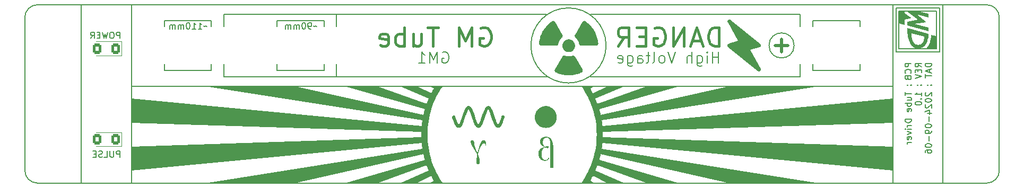
<source format=gbr>
G04 #@! TF.GenerationSoftware,KiCad,Pcbnew,8.0.4-8.0.4-0~ubuntu22.04.1*
G04 #@! TF.CreationDate,2024-09-06T14:34:06+02:00*
G04 #@! TF.ProjectId,Tube Driver,54756265-2044-4726-9976-65722e6b6963,1.0*
G04 #@! TF.SameCoordinates,Original*
G04 #@! TF.FileFunction,Legend,Bot*
G04 #@! TF.FilePolarity,Positive*
%FSLAX46Y46*%
G04 Gerber Fmt 4.6, Leading zero omitted, Abs format (unit mm)*
G04 Created by KiCad (PCBNEW 8.0.4-8.0.4-0~ubuntu22.04.1) date 2024-09-06 14:34:06*
%MOMM*%
%LPD*%
G01*
G04 APERTURE LIST*
G04 Aperture macros list*
%AMRoundRect*
0 Rectangle with rounded corners*
0 $1 Rounding radius*
0 $2 $3 $4 $5 $6 $7 $8 $9 X,Y pos of 4 corners*
0 Add a 4 corners polygon primitive as box body*
4,1,4,$2,$3,$4,$5,$6,$7,$8,$9,$2,$3,0*
0 Add four circle primitives for the rounded corners*
1,1,$1+$1,$2,$3*
1,1,$1+$1,$4,$5*
1,1,$1+$1,$6,$7*
1,1,$1+$1,$8,$9*
0 Add four rect primitives between the rounded corners*
20,1,$1+$1,$2,$3,$4,$5,0*
20,1,$1+$1,$4,$5,$6,$7,0*
20,1,$1+$1,$6,$7,$8,$9,0*
20,1,$1+$1,$8,$9,$2,$3,0*%
G04 Aperture macros list end*
%ADD10C,0.150000*%
%ADD11C,0.000000*%
%ADD12C,0.200000*%
%ADD13C,0.400000*%
%ADD14C,0.500000*%
%ADD15C,0.120000*%
%ADD16R,1.700000X1.700000*%
%ADD17O,1.700000X1.700000*%
%ADD18C,0.800000*%
%ADD19C,6.400000*%
%ADD20R,4.000000X4.000000*%
%ADD21C,4.000000*%
%ADD22RoundRect,0.250001X0.462499X0.624999X-0.462499X0.624999X-0.462499X-0.624999X0.462499X-0.624999X0*%
G04 APERTURE END LIST*
D10*
X71000000Y-93500000D02*
X71000000Y-118000000D01*
X209500000Y-91500000D02*
X209500000Y-120000000D01*
D11*
G36*
X211784981Y-95248615D02*
G01*
X212470706Y-95432360D01*
X215213476Y-96167308D01*
X215210128Y-96267270D01*
X215186689Y-96530806D01*
X215161159Y-96706876D01*
X215123072Y-96903393D01*
X215069918Y-97113541D01*
X214999186Y-97330504D01*
X214956443Y-97439412D01*
X214908364Y-97547467D01*
X214854635Y-97653819D01*
X214794942Y-97757615D01*
X214728972Y-97858003D01*
X214656409Y-97954132D01*
X214576940Y-98045148D01*
X214490252Y-98130201D01*
X214396031Y-98208439D01*
X214293962Y-98279009D01*
X214183732Y-98341059D01*
X214065026Y-98393738D01*
X213937532Y-98436193D01*
X213800935Y-98467574D01*
X213654921Y-98487026D01*
X213499176Y-98493700D01*
X213343431Y-98484391D01*
X213197416Y-98457256D01*
X213060819Y-98413483D01*
X212933325Y-98354261D01*
X212814619Y-98280777D01*
X212704389Y-98194222D01*
X212602320Y-98095782D01*
X212508099Y-97986647D01*
X212421411Y-97868005D01*
X212341942Y-97741044D01*
X212269380Y-97606952D01*
X212203409Y-97466918D01*
X212143716Y-97322131D01*
X212089987Y-97173778D01*
X211999166Y-96871131D01*
X211928433Y-96568484D01*
X211875280Y-96275344D01*
X211841521Y-96032369D01*
X212470706Y-96032369D01*
X212472716Y-96112348D01*
X212486779Y-96323202D01*
X212502097Y-96464074D01*
X212524949Y-96621306D01*
X212556841Y-96789444D01*
X212599280Y-96963035D01*
X212653773Y-97136625D01*
X212686010Y-97221717D01*
X212721826Y-97304763D01*
X212761408Y-97385083D01*
X212804945Y-97461995D01*
X212852626Y-97534816D01*
X212904639Y-97602867D01*
X212961171Y-97665464D01*
X213022412Y-97721927D01*
X213088550Y-97771573D01*
X213159773Y-97813721D01*
X213236269Y-97847689D01*
X213318227Y-97872796D01*
X213405835Y-97888360D01*
X213499282Y-97893700D01*
X213592729Y-97889941D01*
X213680337Y-97878986D01*
X213762295Y-97861315D01*
X213838792Y-97837405D01*
X213910015Y-97807739D01*
X213976153Y-97772795D01*
X214037394Y-97733053D01*
X214093927Y-97688993D01*
X214145939Y-97641095D01*
X214193620Y-97589839D01*
X214237157Y-97535704D01*
X214276740Y-97479169D01*
X214312555Y-97420716D01*
X214344792Y-97360824D01*
X214373639Y-97299972D01*
X214399285Y-97238640D01*
X214441724Y-97116456D01*
X214473615Y-96998110D01*
X214496467Y-96887440D01*
X214511785Y-96788286D01*
X214521076Y-96704484D01*
X214525848Y-96639874D01*
X214527857Y-96583580D01*
X212470706Y-96032369D01*
X211841521Y-96032369D01*
X211837193Y-96001218D01*
X211811662Y-95755615D01*
X211788224Y-95388001D01*
X211784875Y-95248562D01*
X211784981Y-95248615D01*
G37*
G36*
X211356406Y-92852081D02*
G01*
X212453535Y-93653483D01*
X211356406Y-93866900D01*
X211356406Y-94705292D01*
X210499255Y-94475637D01*
X210499255Y-92493753D01*
X211356406Y-92493753D01*
X211356406Y-92852081D01*
G37*
D10*
X73000000Y-120000000D02*
X224500000Y-120000000D01*
X210500000Y-92500000D02*
X216500000Y-92500000D01*
X216500000Y-98500000D01*
X210500000Y-98500000D01*
X210500000Y-92500000D01*
D11*
G36*
X154211121Y-107685107D02*
G01*
X154297309Y-107691532D01*
X154382763Y-107702158D01*
X154467341Y-107716928D01*
X154550900Y-107735782D01*
X154633295Y-107758659D01*
X154714384Y-107785501D01*
X154794023Y-107816249D01*
X154872067Y-107850842D01*
X154948376Y-107889222D01*
X155022803Y-107931328D01*
X155095207Y-107977102D01*
X155165443Y-108026484D01*
X155233369Y-108079415D01*
X155298840Y-108135835D01*
X155361714Y-108195685D01*
X155421545Y-108258576D01*
X155477945Y-108324063D01*
X155530856Y-108392004D01*
X155580217Y-108462255D01*
X155625970Y-108534671D01*
X155668055Y-108609111D01*
X155706413Y-108685430D01*
X155740983Y-108763485D01*
X155771708Y-108843133D01*
X155798527Y-108924229D01*
X155821381Y-109006632D01*
X155840210Y-109090196D01*
X155854956Y-109174779D01*
X155865559Y-109260238D01*
X155871958Y-109346428D01*
X155874096Y-109433206D01*
X155871820Y-109523222D01*
X155865065Y-109612058D01*
X155853940Y-109699603D01*
X155838556Y-109785749D01*
X155819022Y-109870384D01*
X155795448Y-109953400D01*
X155767945Y-110034685D01*
X155736622Y-110114131D01*
X155701588Y-110191627D01*
X155662955Y-110267062D01*
X155620831Y-110340329D01*
X155575327Y-110411315D01*
X155526552Y-110479912D01*
X155474617Y-110546009D01*
X155419631Y-110609496D01*
X155361704Y-110670264D01*
X155300946Y-110728202D01*
X155237467Y-110783201D01*
X155171377Y-110835151D01*
X155102785Y-110883941D01*
X155031802Y-110929461D01*
X154958537Y-110971603D01*
X154883101Y-111010255D01*
X154805602Y-111045308D01*
X154726152Y-111076652D01*
X154644860Y-111104176D01*
X154561836Y-111127772D01*
X154477189Y-111147328D01*
X154391030Y-111162736D01*
X154303468Y-111173885D01*
X154214614Y-111180664D01*
X154124577Y-111182965D01*
X154037757Y-111180828D01*
X153951531Y-111174428D01*
X153866041Y-111163826D01*
X153781432Y-111149080D01*
X153697845Y-111130251D01*
X153615424Y-111107397D01*
X153534312Y-111080579D01*
X153454652Y-111049854D01*
X153376587Y-111015283D01*
X153300261Y-110976926D01*
X153225816Y-110934840D01*
X153153396Y-110889087D01*
X153083143Y-110839725D01*
X153015201Y-110786814D01*
X152949713Y-110730413D01*
X152886822Y-110670581D01*
X152826972Y-110607707D01*
X152770551Y-110542236D01*
X152717620Y-110474310D01*
X152668238Y-110404074D01*
X152622464Y-110331670D01*
X152580357Y-110257243D01*
X152541978Y-110180935D01*
X152507385Y-110102889D01*
X152476638Y-110023251D01*
X152449796Y-109942162D01*
X152426918Y-109859766D01*
X152408065Y-109776207D01*
X152393295Y-109691628D01*
X152382668Y-109606173D01*
X152376244Y-109519984D01*
X152374081Y-109433206D01*
X152376233Y-109346365D01*
X152382648Y-109260120D01*
X152393267Y-109174612D01*
X152408031Y-109089986D01*
X152426880Y-109006384D01*
X152449754Y-108923950D01*
X152476595Y-108842827D01*
X152507343Y-108763158D01*
X152541938Y-108685085D01*
X152580320Y-108608753D01*
X152622431Y-108534304D01*
X152668211Y-108461882D01*
X152717600Y-108391629D01*
X152770539Y-108323689D01*
X152826969Y-108258205D01*
X152886830Y-108195320D01*
X152949733Y-108135477D01*
X153015233Y-108079067D01*
X153083188Y-108026148D01*
X153153453Y-107976780D01*
X153225885Y-107931022D01*
X153300341Y-107888934D01*
X153376676Y-107850574D01*
X153454748Y-107816003D01*
X153534413Y-107785280D01*
X153615527Y-107758463D01*
X153697946Y-107735614D01*
X153781528Y-107716790D01*
X153866129Y-107702052D01*
X153951605Y-107691459D01*
X154037812Y-107685070D01*
X154124480Y-107682948D01*
X154211121Y-107685107D01*
G37*
D10*
X226500000Y-118000000D02*
X226500000Y-93500000D01*
X224500000Y-91500000D02*
G75*
G02*
X226500000Y-93500000I0J-2000000D01*
G01*
D11*
G36*
X215213582Y-92953100D02*
G01*
X215213582Y-93553100D01*
X213349288Y-93053589D01*
X214865362Y-94252663D01*
X212952860Y-94533071D01*
X215213582Y-95138839D01*
X215213582Y-95738838D01*
X211785086Y-94820146D01*
X211785086Y-94220146D01*
X213499387Y-93886636D01*
X211785086Y-92634433D01*
X211784981Y-92493753D01*
X213499282Y-92493753D01*
X215213582Y-92953100D01*
G37*
D10*
X226500000Y-118000000D02*
G75*
G02*
X224500000Y-120000000I-2000000J0D01*
G01*
D11*
G36*
X144961594Y-107683935D02*
G01*
X144961597Y-107683940D01*
X144961602Y-107683951D01*
X144961603Y-107683954D01*
X144961605Y-107683957D01*
X144961607Y-107683962D01*
X144961607Y-107683965D01*
X144961608Y-107683967D01*
X144961609Y-107683970D01*
X144961609Y-107683973D01*
X144961609Y-107683975D01*
X144961609Y-107683978D01*
X144967903Y-107684205D01*
X144974216Y-107684523D01*
X144980544Y-107684937D01*
X144986883Y-107685452D01*
X144993227Y-107686074D01*
X144999573Y-107686808D01*
X145005917Y-107687657D01*
X145012253Y-107688629D01*
X145037041Y-107693225D01*
X145060967Y-107698758D01*
X145084059Y-107705204D01*
X145106346Y-107712537D01*
X145127857Y-107720732D01*
X145148619Y-107729764D01*
X145168661Y-107739607D01*
X145188013Y-107750236D01*
X145206702Y-107761626D01*
X145224756Y-107773751D01*
X145242205Y-107786587D01*
X145259077Y-107800107D01*
X145275400Y-107814287D01*
X145291203Y-107829101D01*
X145321362Y-107860532D01*
X145349783Y-107894197D01*
X145376693Y-107929893D01*
X145402320Y-107967419D01*
X145426892Y-108006571D01*
X145450638Y-108047149D01*
X145473784Y-108088949D01*
X145519192Y-108175407D01*
X145563880Y-108266152D01*
X145607662Y-108362477D01*
X145650668Y-108463882D01*
X145693032Y-108569866D01*
X145734886Y-108679931D01*
X145776361Y-108793576D01*
X145858704Y-109029609D01*
X146021701Y-109515844D01*
X146102112Y-109752791D01*
X146181679Y-109976839D01*
X146221321Y-110082003D01*
X146260924Y-110181683D01*
X146300095Y-110274966D01*
X146338441Y-110360939D01*
X146375569Y-110438689D01*
X146411085Y-110507304D01*
X146444596Y-110565870D01*
X146475708Y-110613476D01*
X146479328Y-110618499D01*
X146482563Y-110622865D01*
X146485457Y-110626640D01*
X146488049Y-110629888D01*
X146490383Y-110632676D01*
X146492498Y-110635069D01*
X146494439Y-110637133D01*
X146496244Y-110638934D01*
X146510849Y-110651716D01*
X146514235Y-110647438D01*
X146519113Y-110641668D01*
X146532996Y-110625337D01*
X146541824Y-110614619D01*
X146551793Y-110602095D01*
X146562814Y-110587687D01*
X146574800Y-110571315D01*
X146587661Y-110552902D01*
X146601310Y-110532369D01*
X146615659Y-110509637D01*
X146630620Y-110484628D01*
X146646105Y-110457264D01*
X146654015Y-110442674D01*
X146662024Y-110427465D01*
X146670120Y-110411629D01*
X146678291Y-110395154D01*
X146686527Y-110378032D01*
X146694817Y-110360252D01*
X146732667Y-110274570D01*
X146771130Y-110181542D01*
X146810121Y-110082003D01*
X146849556Y-109976789D01*
X146889351Y-109866733D01*
X146929419Y-109752670D01*
X147010041Y-109515866D01*
X147064297Y-109353084D01*
X147068508Y-109341419D01*
X147073270Y-109330026D01*
X147078568Y-109318922D01*
X147084388Y-109308124D01*
X147090716Y-109297649D01*
X147097537Y-109287513D01*
X147104836Y-109277734D01*
X147112599Y-109268327D01*
X147120812Y-109259310D01*
X147129459Y-109250700D01*
X147138527Y-109242513D01*
X147148001Y-109234765D01*
X147157866Y-109227475D01*
X147168108Y-109220658D01*
X147178712Y-109214332D01*
X147189663Y-109208512D01*
X147200890Y-109203242D01*
X147212314Y-109198555D01*
X147223913Y-109194451D01*
X147235664Y-109190933D01*
X147247547Y-109188002D01*
X147259537Y-109185659D01*
X147271615Y-109183907D01*
X147283756Y-109182746D01*
X147295940Y-109182179D01*
X147308144Y-109182207D01*
X147320345Y-109182831D01*
X147332523Y-109184053D01*
X147344654Y-109185875D01*
X147356716Y-109188298D01*
X147368688Y-109191324D01*
X147380547Y-109194954D01*
X147392213Y-109199165D01*
X147403607Y-109203928D01*
X147414711Y-109209226D01*
X147425509Y-109215047D01*
X147435984Y-109221376D01*
X147446120Y-109228197D01*
X147455900Y-109235497D01*
X147465306Y-109243260D01*
X147474323Y-109251474D01*
X147482933Y-109260121D01*
X147491120Y-109269190D01*
X147498867Y-109278664D01*
X147506158Y-109288529D01*
X147512974Y-109298771D01*
X147519301Y-109309375D01*
X147525120Y-109320327D01*
X147530391Y-109331554D01*
X147535079Y-109342978D01*
X147539183Y-109354576D01*
X147542701Y-109366328D01*
X147545632Y-109378210D01*
X147547975Y-109390201D01*
X147549727Y-109402278D01*
X147550888Y-109414419D01*
X147551455Y-109426603D01*
X147551427Y-109438806D01*
X147550802Y-109451008D01*
X147549580Y-109463185D01*
X147547758Y-109475316D01*
X147545334Y-109487378D01*
X147542308Y-109499350D01*
X147538678Y-109511208D01*
X147483902Y-109674506D01*
X147402091Y-109915656D01*
X147319603Y-110148358D01*
X147277868Y-110260027D01*
X147235677Y-110367765D01*
X147192935Y-110470968D01*
X147149548Y-110569030D01*
X147106346Y-110661994D01*
X147063184Y-110749680D01*
X147041069Y-110791393D01*
X147018306Y-110831606D01*
X146994675Y-110870258D01*
X146969955Y-110907290D01*
X146943929Y-110942641D01*
X146916375Y-110976252D01*
X146887075Y-111008061D01*
X146855809Y-111038009D01*
X146822357Y-111066036D01*
X146786500Y-111092082D01*
X146748018Y-111116085D01*
X146706692Y-111137987D01*
X146706177Y-111137987D01*
X146684222Y-111147769D01*
X146661453Y-111156202D01*
X146637991Y-111163296D01*
X146613959Y-111169058D01*
X146589477Y-111173497D01*
X146564667Y-111176622D01*
X146539652Y-111178441D01*
X146514553Y-111178963D01*
X146489491Y-111178197D01*
X146464589Y-111176150D01*
X146439967Y-111172832D01*
X146415749Y-111168251D01*
X146392055Y-111162416D01*
X146369007Y-111155335D01*
X146346727Y-111147017D01*
X146325337Y-111137471D01*
X146304833Y-111126975D01*
X146285106Y-111115816D01*
X146266117Y-111104018D01*
X146247826Y-111091604D01*
X146230194Y-111078599D01*
X146213182Y-111065026D01*
X146196751Y-111050910D01*
X146180860Y-111036275D01*
X146165472Y-111021144D01*
X146150546Y-111005542D01*
X146136044Y-110989493D01*
X146121925Y-110973020D01*
X146108151Y-110956149D01*
X146094683Y-110938902D01*
X146081480Y-110921304D01*
X146068505Y-110903379D01*
X146043111Y-110866472D01*
X146018365Y-110828048D01*
X145994218Y-110788139D01*
X145970619Y-110746777D01*
X145947521Y-110703994D01*
X145924875Y-110659824D01*
X145880740Y-110567449D01*
X145837823Y-110469909D01*
X145795731Y-110367465D01*
X145754073Y-110260375D01*
X145712456Y-110148897D01*
X145629512Y-109915740D01*
X145547399Y-109674360D01*
X145385353Y-109191349D01*
X145305186Y-108962307D01*
X145265399Y-108853740D01*
X145225990Y-108750271D01*
X145187090Y-108652748D01*
X145148835Y-108562018D01*
X145111358Y-108478927D01*
X145074791Y-108404324D01*
X145061253Y-108378748D01*
X145048216Y-108355468D01*
X145035727Y-108334376D01*
X145023835Y-108315366D01*
X145012587Y-108298330D01*
X145002032Y-108283161D01*
X144983190Y-108257994D01*
X144967692Y-108239006D01*
X144955919Y-108225340D01*
X144948256Y-108216137D01*
X144946084Y-108212941D01*
X144945084Y-108210539D01*
X144937020Y-108218720D01*
X144928341Y-108227863D01*
X144923762Y-108232887D01*
X144919020Y-108238258D01*
X144914111Y-108244015D01*
X144909032Y-108250192D01*
X144903780Y-108256825D01*
X144898351Y-108263951D01*
X144892742Y-108271605D01*
X144886950Y-108279824D01*
X144880971Y-108288642D01*
X144874803Y-108298097D01*
X144868443Y-108308224D01*
X144861885Y-108319060D01*
X144844833Y-108348720D01*
X144827391Y-108380920D01*
X144791453Y-108452503D01*
X144754294Y-108532926D01*
X144716138Y-108621311D01*
X144677211Y-108716775D01*
X144637736Y-108818439D01*
X144597936Y-108925422D01*
X144558037Y-109036844D01*
X144232995Y-109994921D01*
X144191653Y-110110938D01*
X144150238Y-110223407D01*
X144108519Y-110331942D01*
X144066266Y-110436157D01*
X144023247Y-110535667D01*
X143979232Y-110630086D01*
X143933990Y-110719028D01*
X143887291Y-110802107D01*
X143863278Y-110841466D01*
X143838699Y-110879310D01*
X143826124Y-110897654D01*
X143813319Y-110915608D01*
X143800255Y-110933168D01*
X143786901Y-110950331D01*
X143773229Y-110967092D01*
X143759209Y-110983449D01*
X143744811Y-110999397D01*
X143730006Y-111014933D01*
X143714764Y-111030053D01*
X143699056Y-111044753D01*
X143682852Y-111059030D01*
X143666123Y-111072880D01*
X143648632Y-111086283D01*
X143630203Y-111099162D01*
X143610896Y-111111433D01*
X143590772Y-111123013D01*
X143569891Y-111133819D01*
X143548312Y-111143768D01*
X143526098Y-111152777D01*
X143503307Y-111160761D01*
X143480000Y-111167638D01*
X143456238Y-111173325D01*
X143432081Y-111177738D01*
X143407589Y-111180794D01*
X143382823Y-111182410D01*
X143357842Y-111182502D01*
X143332708Y-111180987D01*
X143307480Y-111177782D01*
X143282603Y-111173049D01*
X143258590Y-111167074D01*
X143235415Y-111159929D01*
X143213053Y-111151687D01*
X143191479Y-111142419D01*
X143170668Y-111132197D01*
X143150594Y-111121093D01*
X143131234Y-111109178D01*
X143112560Y-111096524D01*
X143094549Y-111083204D01*
X143077175Y-111069288D01*
X143060412Y-111054849D01*
X143044237Y-111039959D01*
X143028622Y-111024689D01*
X143013545Y-111009111D01*
X142998978Y-110993297D01*
X142984820Y-110977208D01*
X142970976Y-110960753D01*
X142957427Y-110943932D01*
X142944155Y-110926743D01*
X142931144Y-110909182D01*
X142918374Y-110891249D01*
X142905828Y-110872941D01*
X142893488Y-110854257D01*
X142869354Y-110815750D01*
X142845828Y-110775714D01*
X142822767Y-110734131D01*
X142800026Y-110690986D01*
X142755317Y-110600226D01*
X142711525Y-110503838D01*
X142668515Y-110402340D01*
X142626154Y-110296247D01*
X142584308Y-110186076D01*
X142542841Y-110072342D01*
X142460511Y-109836254D01*
X142297510Y-109350078D01*
X142217098Y-109113132D01*
X142137536Y-108889025D01*
X142097909Y-108783872D01*
X142058333Y-108684236D01*
X142019192Y-108591012D01*
X141980871Y-108505093D01*
X141943756Y-108427377D01*
X141908233Y-108358757D01*
X141874688Y-108300129D01*
X141843506Y-108252388D01*
X141839847Y-108247313D01*
X141836569Y-108242906D01*
X141833631Y-108239102D01*
X141830993Y-108235833D01*
X141828614Y-108233033D01*
X141826453Y-108230636D01*
X141824469Y-108228574D01*
X141822622Y-108226782D01*
X141820870Y-108225192D01*
X141819173Y-108223739D01*
X141815780Y-108220974D01*
X141812116Y-108217954D01*
X141810080Y-108216182D01*
X141807854Y-108214148D01*
X141804562Y-108218390D01*
X141799765Y-108224135D01*
X141786014Y-108240441D01*
X141777237Y-108251157D01*
X141767311Y-108263685D01*
X141756325Y-108278102D01*
X141744367Y-108294485D01*
X141731527Y-108312911D01*
X141717893Y-108333459D01*
X141703555Y-108356204D01*
X141688600Y-108381226D01*
X141673118Y-108408599D01*
X141665207Y-108423193D01*
X141657198Y-108438403D01*
X141649101Y-108454241D01*
X141640928Y-108470715D01*
X141632690Y-108487835D01*
X141624398Y-108505611D01*
X141586575Y-108591260D01*
X141548128Y-108684321D01*
X141509143Y-108783941D01*
X141469707Y-108889266D01*
X141429906Y-108999440D01*
X141389826Y-109113612D01*
X141309174Y-109350527D01*
X141146274Y-109835829D01*
X141063656Y-110072190D01*
X141021971Y-110186293D01*
X140980004Y-110296724D01*
X140980004Y-110297242D01*
X140938048Y-110403193D01*
X140896146Y-110503967D01*
X140853621Y-110599455D01*
X140809796Y-110689550D01*
X140787184Y-110732541D01*
X140763994Y-110774143D01*
X140740140Y-110814342D01*
X140715538Y-110853126D01*
X140690103Y-110890480D01*
X140663751Y-110926392D01*
X140636397Y-110960847D01*
X140607956Y-110993832D01*
X140593131Y-111009873D01*
X140577770Y-111025597D01*
X140561859Y-111040939D01*
X140545388Y-111055837D01*
X140528343Y-111070226D01*
X140510712Y-111084044D01*
X140492483Y-111097226D01*
X140473644Y-111109708D01*
X140454181Y-111121428D01*
X140434083Y-111132322D01*
X140413337Y-111142326D01*
X140391930Y-111151376D01*
X140369851Y-111159408D01*
X140347087Y-111166360D01*
X140323625Y-111172168D01*
X140299454Y-111176767D01*
X140274882Y-111179914D01*
X140250276Y-111181454D01*
X140225705Y-111181457D01*
X140201238Y-111179992D01*
X140176944Y-111177130D01*
X140152891Y-111172941D01*
X140129149Y-111167494D01*
X140105786Y-111160860D01*
X140082872Y-111153107D01*
X140060475Y-111144307D01*
X140038664Y-111134529D01*
X140017509Y-111123843D01*
X139997078Y-111112319D01*
X139977440Y-111100026D01*
X139958664Y-111087036D01*
X139940819Y-111073416D01*
X139907059Y-111044800D01*
X139875151Y-111014640D01*
X139844951Y-110982949D01*
X139816313Y-110949739D01*
X139789089Y-110915023D01*
X139763136Y-110878813D01*
X139738306Y-110841122D01*
X139714455Y-110801962D01*
X139691436Y-110761345D01*
X139669103Y-110719284D01*
X139647311Y-110675791D01*
X139625913Y-110630878D01*
X139583718Y-110536844D01*
X139541352Y-110437282D01*
X139498817Y-110332635D01*
X139456719Y-110223512D01*
X139415001Y-110110581D01*
X139373604Y-109994514D01*
X139291548Y-109755649D01*
X139210091Y-109512278D01*
X139206460Y-109500419D01*
X139203434Y-109488447D01*
X139201010Y-109476385D01*
X139199188Y-109464254D01*
X139197965Y-109452077D01*
X139197341Y-109439875D01*
X139197314Y-109427672D01*
X139197881Y-109415488D01*
X139199042Y-109403347D01*
X139200795Y-109391270D01*
X139203137Y-109379279D01*
X139206069Y-109367397D01*
X139209587Y-109355645D01*
X139213691Y-109344047D01*
X139218379Y-109332623D01*
X139223649Y-109321396D01*
X139229468Y-109310444D01*
X139235795Y-109299840D01*
X139242612Y-109289598D01*
X139249902Y-109279733D01*
X139257650Y-109270259D01*
X139265837Y-109261190D01*
X139274448Y-109252542D01*
X139283465Y-109244329D01*
X139292871Y-109236566D01*
X139302651Y-109229266D01*
X139312787Y-109222444D01*
X139323261Y-109216116D01*
X139334059Y-109210295D01*
X139345162Y-109204996D01*
X139356554Y-109200234D01*
X139368218Y-109196023D01*
X139380078Y-109192392D01*
X139392050Y-109189367D01*
X139404113Y-109186943D01*
X139416244Y-109185121D01*
X139428422Y-109183899D01*
X139440624Y-109183275D01*
X139452828Y-109183247D01*
X139465012Y-109183814D01*
X139477154Y-109184974D01*
X139489231Y-109186727D01*
X139501222Y-109189069D01*
X139513104Y-109192000D01*
X139524856Y-109195518D01*
X139536455Y-109199622D01*
X139547879Y-109204309D01*
X139559105Y-109209579D01*
X139570058Y-109215399D01*
X139580663Y-109221726D01*
X139590906Y-109228543D01*
X139600772Y-109235833D01*
X139610246Y-109243580D01*
X139619314Y-109251768D01*
X139627962Y-109260378D01*
X139636175Y-109269395D01*
X139643938Y-109278802D01*
X139651237Y-109288581D01*
X139658058Y-109298717D01*
X139664386Y-109309193D01*
X139670207Y-109319991D01*
X139675506Y-109331094D01*
X139680268Y-109342488D01*
X139684479Y-109354153D01*
X139765502Y-109595901D01*
X139845825Y-109829352D01*
X139925053Y-110047796D01*
X139964134Y-110149294D01*
X140002793Y-110244524D01*
X140020838Y-110286484D01*
X140038882Y-110326391D01*
X140074583Y-110399955D01*
X140109133Y-110465025D01*
X140141770Y-110521413D01*
X140171730Y-110568930D01*
X140198251Y-110607389D01*
X140220569Y-110636599D01*
X140237923Y-110656372D01*
X140250126Y-110641690D01*
X140263376Y-110623966D01*
X140277593Y-110603307D01*
X140292696Y-110579817D01*
X140308605Y-110553604D01*
X140325240Y-110524774D01*
X140342521Y-110493432D01*
X140360368Y-110459684D01*
X140378700Y-110423637D01*
X140397438Y-110385396D01*
X140416500Y-110345068D01*
X140435807Y-110302759D01*
X140455278Y-110258575D01*
X140474834Y-110212622D01*
X140494394Y-110165005D01*
X140513878Y-110115832D01*
X140553150Y-110012436D01*
X140592762Y-109903915D01*
X140672845Y-109674797D01*
X140835297Y-109191356D01*
X140917118Y-108950224D01*
X140999614Y-108717493D01*
X141041351Y-108605809D01*
X141083540Y-108498063D01*
X141126274Y-108394866D01*
X141169648Y-108296831D01*
X141212828Y-108203928D01*
X141255954Y-108116269D01*
X141278052Y-108074559D01*
X141300802Y-108034344D01*
X141324427Y-107995685D01*
X141349148Y-107958643D01*
X141375188Y-107923279D01*
X141402769Y-107889655D01*
X141432112Y-107857832D01*
X141463440Y-107827872D01*
X141496974Y-107799834D01*
X141532937Y-107773781D01*
X141571551Y-107749774D01*
X141613038Y-107727874D01*
X141634955Y-107718150D01*
X141657695Y-107709761D01*
X141681135Y-107702699D01*
X141705154Y-107696958D01*
X141729628Y-107692531D01*
X141754435Y-107689409D01*
X141779452Y-107687585D01*
X141804558Y-107687053D01*
X141829630Y-107687805D01*
X141854544Y-107689832D01*
X141879180Y-107693129D01*
X141903413Y-107697688D01*
X141927123Y-107703500D01*
X141950186Y-107710560D01*
X141972480Y-107718859D01*
X141993882Y-107728391D01*
X142014394Y-107738873D01*
X142034126Y-107750019D01*
X142053118Y-107761804D01*
X142071409Y-107774205D01*
X142089039Y-107787198D01*
X142106048Y-107800760D01*
X142122475Y-107814867D01*
X142138360Y-107829496D01*
X142153744Y-107844623D01*
X142168665Y-107860225D01*
X142183164Y-107876278D01*
X142197280Y-107892758D01*
X142211053Y-107909643D01*
X142224522Y-107926908D01*
X142237728Y-107944530D01*
X142250710Y-107962485D01*
X142276067Y-107999379D01*
X142300785Y-108037789D01*
X142324912Y-108077684D01*
X142348497Y-108119032D01*
X142371588Y-108161802D01*
X142394234Y-108205961D01*
X142438379Y-108298320D01*
X142481318Y-108395855D01*
X142523438Y-108498311D01*
X142565123Y-108605433D01*
X142606759Y-108716967D01*
X142689679Y-108950139D01*
X142771798Y-109191524D01*
X142933861Y-109674515D01*
X143014051Y-109903598D01*
X143053848Y-110012201D01*
X143093266Y-110115702D01*
X143132169Y-110213244D01*
X143170421Y-110303969D01*
X143207887Y-110387020D01*
X143244431Y-110461541D01*
X143262319Y-110495299D01*
X143279888Y-110526625D01*
X143296994Y-110555428D01*
X143313492Y-110581618D01*
X143329238Y-110605103D01*
X143344087Y-110625793D01*
X143357894Y-110643598D01*
X143370514Y-110658427D01*
X143371033Y-110658943D01*
X143379231Y-110650707D01*
X143388140Y-110641411D01*
X143392866Y-110636273D01*
X143397774Y-110630759D01*
X143402868Y-110624832D01*
X143408148Y-110618455D01*
X143413617Y-110611591D01*
X143419277Y-110604203D01*
X143425129Y-110596255D01*
X143431175Y-110587708D01*
X143437417Y-110578527D01*
X143443857Y-110568674D01*
X143450496Y-110558113D01*
X143457337Y-110546806D01*
X143474411Y-110517087D01*
X143491869Y-110484844D01*
X143527828Y-110413218D01*
X143564991Y-110332794D01*
X143603140Y-110244439D01*
X143642054Y-110149018D01*
X143681512Y-110047397D01*
X143721293Y-109940443D01*
X143761177Y-109829021D01*
X144086220Y-108870944D01*
X144127553Y-108754965D01*
X144168954Y-108642514D01*
X144210659Y-108533981D01*
X144252901Y-108429757D01*
X144295914Y-108330233D01*
X144339933Y-108235798D01*
X144385191Y-108146843D01*
X144431923Y-108063758D01*
X144432434Y-108063758D01*
X144456419Y-108024471D01*
X144480940Y-107986713D01*
X144493479Y-107968415D01*
X144506244Y-107950506D01*
X144519266Y-107932991D01*
X144532575Y-107915871D01*
X144546203Y-107899150D01*
X144560180Y-107882830D01*
X144574537Y-107866914D01*
X144589304Y-107851404D01*
X144604513Y-107836304D01*
X144620193Y-107821616D01*
X144636376Y-107807343D01*
X144653092Y-107793487D01*
X144668338Y-107781725D01*
X144684309Y-107770357D01*
X144700965Y-107759438D01*
X144718266Y-107749025D01*
X144736172Y-107739174D01*
X144754643Y-107729940D01*
X144773638Y-107721381D01*
X144793118Y-107713551D01*
X144813042Y-107706508D01*
X144833371Y-107700307D01*
X144854065Y-107695005D01*
X144875082Y-107690657D01*
X144896384Y-107687320D01*
X144917930Y-107685050D01*
X144939680Y-107683903D01*
X144961594Y-107683935D01*
G37*
D10*
X210000000Y-92000000D02*
X217000000Y-92000000D01*
X217000000Y-99000000D01*
X210000000Y-99000000D01*
X210000000Y-92000000D01*
X88000000Y-91500000D02*
X88000000Y-120000000D01*
X80000000Y-91500000D02*
X80000000Y-120000000D01*
X88000000Y-104500000D02*
X209500000Y-104500000D01*
D11*
G36*
X144224333Y-113134193D02*
G01*
X144249551Y-113136773D01*
X144273941Y-113141073D01*
X144297504Y-113147093D01*
X144320239Y-113154833D01*
X144342147Y-113164293D01*
X144363228Y-113175473D01*
X144383482Y-113188372D01*
X144402908Y-113202992D01*
X144421507Y-113219331D01*
X144439280Y-113237391D01*
X144456225Y-113257170D01*
X144472343Y-113278669D01*
X144487634Y-113301888D01*
X144502099Y-113326826D01*
X144515736Y-113353485D01*
X144528547Y-113381863D01*
X144540530Y-113411960D01*
X144551688Y-113443778D01*
X144562018Y-113477315D01*
X144571521Y-113512572D01*
X144580199Y-113549548D01*
X144588049Y-113588244D01*
X144595073Y-113628660D01*
X144601270Y-113670795D01*
X144606641Y-113714649D01*
X144611186Y-113760224D01*
X144614904Y-113807517D01*
X144617796Y-113856530D01*
X144619861Y-113907263D01*
X144621101Y-113959715D01*
X144621514Y-114013887D01*
X144514542Y-114013887D01*
X144514300Y-113996378D01*
X144513575Y-113979129D01*
X144512367Y-113962142D01*
X144510674Y-113945416D01*
X144508498Y-113928952D01*
X144505836Y-113912751D01*
X144502691Y-113896813D01*
X144499060Y-113881139D01*
X144494944Y-113865730D01*
X144490343Y-113850586D01*
X144485257Y-113835708D01*
X144479684Y-113821096D01*
X144473625Y-113806752D01*
X144467080Y-113792675D01*
X144460049Y-113778866D01*
X144452530Y-113765326D01*
X144443817Y-113751659D01*
X144439275Y-113745158D01*
X144434610Y-113738878D01*
X144429823Y-113732820D01*
X144424913Y-113726984D01*
X144419880Y-113721369D01*
X144414725Y-113715975D01*
X144409447Y-113710802D01*
X144404047Y-113705850D01*
X144398526Y-113701119D01*
X144392882Y-113696609D01*
X144387116Y-113692320D01*
X144381229Y-113688252D01*
X144375221Y-113684405D01*
X144369091Y-113680777D01*
X144362839Y-113677371D01*
X144356467Y-113674185D01*
X144349973Y-113671219D01*
X144343359Y-113668473D01*
X144336624Y-113665948D01*
X144329768Y-113663642D01*
X144322792Y-113661557D01*
X144315696Y-113659691D01*
X144308479Y-113658045D01*
X144301143Y-113656619D01*
X144293686Y-113655413D01*
X144286110Y-113654426D01*
X144278414Y-113653659D01*
X144270598Y-113653111D01*
X144254609Y-113652672D01*
X144237274Y-113653366D01*
X144219843Y-113655449D01*
X144202314Y-113658920D01*
X144184688Y-113663779D01*
X144166964Y-113670027D01*
X144149142Y-113677663D01*
X144131222Y-113686688D01*
X144113205Y-113697101D01*
X144095089Y-113708903D01*
X144076875Y-113722094D01*
X144058562Y-113736674D01*
X144040151Y-113752642D01*
X144021642Y-113769999D01*
X144003033Y-113788746D01*
X143984326Y-113808881D01*
X143965519Y-113830405D01*
X143946614Y-113853318D01*
X143927609Y-113877620D01*
X143889301Y-113930392D01*
X143850595Y-113988722D01*
X143811488Y-114052608D01*
X143771982Y-114122052D01*
X143732073Y-114197055D01*
X143691762Y-114277616D01*
X143651047Y-114363736D01*
X143574307Y-114534467D01*
X143507779Y-114693885D01*
X143451471Y-114841999D01*
X143405387Y-114978816D01*
X143386182Y-115042991D01*
X143369534Y-115104345D01*
X143355446Y-115162878D01*
X143343918Y-115218593D01*
X143334950Y-115271489D01*
X143328544Y-115321568D01*
X143324700Y-115368831D01*
X143323418Y-115413279D01*
X143323705Y-115422122D01*
X143324565Y-115431716D01*
X143325998Y-115442061D01*
X143328004Y-115453157D01*
X143330584Y-115465004D01*
X143333737Y-115477601D01*
X143337463Y-115490948D01*
X143341763Y-115505046D01*
X143346636Y-115519892D01*
X143352082Y-115535489D01*
X143358101Y-115551834D01*
X143364694Y-115568928D01*
X143371860Y-115586771D01*
X143379599Y-115605362D01*
X143396798Y-115644788D01*
X143413816Y-115685813D01*
X143431009Y-115729859D01*
X143448378Y-115776920D01*
X143465922Y-115826988D01*
X143483643Y-115880054D01*
X143501541Y-115936111D01*
X143519618Y-115995151D01*
X143537873Y-116057166D01*
X143553747Y-116122687D01*
X143567501Y-116189431D01*
X143579137Y-116257402D01*
X143588655Y-116326602D01*
X143596056Y-116397037D01*
X143601341Y-116468708D01*
X143604512Y-116541621D01*
X143605568Y-116615778D01*
X143605304Y-116633326D01*
X143604512Y-116650693D01*
X143603191Y-116667879D01*
X143601341Y-116684886D01*
X143598963Y-116701713D01*
X143596056Y-116718363D01*
X143592620Y-116734834D01*
X143588655Y-116751129D01*
X143584161Y-116767247D01*
X143579137Y-116783190D01*
X143573584Y-116798957D01*
X143567501Y-116814550D01*
X143560889Y-116829970D01*
X143553747Y-116845216D01*
X143546075Y-116860290D01*
X143537873Y-116875192D01*
X143529165Y-116890233D01*
X143519975Y-116904312D01*
X143510303Y-116917426D01*
X143500148Y-116929576D01*
X143494890Y-116935289D01*
X143489510Y-116940760D01*
X143484010Y-116945989D01*
X143478388Y-116950977D01*
X143472646Y-116955722D01*
X143466783Y-116960226D01*
X143460798Y-116964487D01*
X143454692Y-116968505D01*
X143448465Y-116972282D01*
X143442117Y-116975815D01*
X143435647Y-116979106D01*
X143429056Y-116982154D01*
X143422343Y-116984958D01*
X143415509Y-116987520D01*
X143408553Y-116989838D01*
X143401476Y-116991913D01*
X143394277Y-116993744D01*
X143386956Y-116995331D01*
X143379513Y-116996675D01*
X143371948Y-116997775D01*
X143364262Y-116998630D01*
X143356453Y-116999241D01*
X143340470Y-116999730D01*
X143321750Y-116999264D01*
X143303692Y-116997864D01*
X143286295Y-116995533D01*
X143269560Y-116992272D01*
X143253485Y-116988080D01*
X143238072Y-116982960D01*
X143223321Y-116976911D01*
X143209231Y-116969936D01*
X143195802Y-116962035D01*
X143183035Y-116953208D01*
X143170929Y-116943458D01*
X143159485Y-116932784D01*
X143148702Y-116921188D01*
X143138581Y-116908671D01*
X143129122Y-116895233D01*
X143120324Y-116880876D01*
X143111438Y-116865883D01*
X143103125Y-116850540D01*
X143095386Y-116834844D01*
X143088220Y-116818798D01*
X143081627Y-116802399D01*
X143075608Y-116785648D01*
X143070162Y-116768544D01*
X143065289Y-116751089D01*
X143060989Y-116733280D01*
X143057263Y-116715118D01*
X143054110Y-116696604D01*
X143051530Y-116677736D01*
X143049524Y-116658514D01*
X143048091Y-116638939D01*
X143047231Y-116619009D01*
X143046944Y-116598726D01*
X143048091Y-116498023D01*
X143051530Y-116399108D01*
X143057263Y-116301973D01*
X143065289Y-116206609D01*
X143075608Y-116113009D01*
X143088220Y-116021164D01*
X143103125Y-115931067D01*
X143120324Y-115842710D01*
X143149949Y-115685671D01*
X143171103Y-115564551D01*
X143178505Y-115517481D01*
X143183791Y-115479416D01*
X143186962Y-115450364D01*
X143188019Y-115430333D01*
X143187759Y-115427142D01*
X143186979Y-115423214D01*
X143183860Y-115413147D01*
X143178662Y-115400131D01*
X143171387Y-115384165D01*
X143162035Y-115365248D01*
X143150609Y-115343380D01*
X143137107Y-115318558D01*
X143121532Y-115290784D01*
X143084165Y-115226370D01*
X143038516Y-115150132D01*
X142984592Y-115062062D01*
X142922402Y-114962155D01*
X142789817Y-114747287D01*
X142657300Y-114526045D01*
X142524786Y-114298452D01*
X142392205Y-114064534D01*
X142330015Y-113950676D01*
X142276092Y-113846172D01*
X142230444Y-113751021D01*
X142193078Y-113665220D01*
X142177504Y-113625826D01*
X142164003Y-113588769D01*
X142152577Y-113554048D01*
X142143226Y-113521664D01*
X142135951Y-113491616D01*
X142130754Y-113463905D01*
X142127635Y-113438529D01*
X142126595Y-113415489D01*
X142126842Y-113401490D01*
X142127584Y-113387714D01*
X142128818Y-113374162D01*
X142130544Y-113360833D01*
X142132760Y-113347725D01*
X142135464Y-113334840D01*
X142138657Y-113322176D01*
X142142335Y-113309732D01*
X142146499Y-113297509D01*
X142151147Y-113285507D01*
X142156276Y-113273723D01*
X142161887Y-113262160D01*
X142167978Y-113250814D01*
X142174548Y-113239687D01*
X142181595Y-113228778D01*
X142189118Y-113218087D01*
X142196391Y-113207833D01*
X142200190Y-113202954D01*
X142204098Y-113198240D01*
X142208114Y-113193690D01*
X142212239Y-113189306D01*
X142216473Y-113185087D01*
X142220816Y-113181033D01*
X142225268Y-113177144D01*
X142229830Y-113173420D01*
X142234501Y-113169861D01*
X142239282Y-113166468D01*
X142244172Y-113163240D01*
X142249172Y-113160177D01*
X142254282Y-113157279D01*
X142259502Y-113154547D01*
X142264832Y-113151980D01*
X142270273Y-113149578D01*
X142275824Y-113147342D01*
X142281486Y-113145271D01*
X142287258Y-113143366D01*
X142293142Y-113141626D01*
X142305241Y-113138644D01*
X142317786Y-113136323D01*
X142330777Y-113134666D01*
X142344215Y-113133671D01*
X142358101Y-113133339D01*
X142374152Y-113133671D01*
X142389850Y-113134666D01*
X142405194Y-113136323D01*
X142420185Y-113138644D01*
X142434823Y-113141626D01*
X142449108Y-113145271D01*
X142463039Y-113149578D01*
X142476618Y-113154547D01*
X142489844Y-113160177D01*
X142502718Y-113166468D01*
X142515238Y-113173420D01*
X142527407Y-113181033D01*
X142539222Y-113189306D01*
X142550686Y-113198240D01*
X142561797Y-113207833D01*
X142572556Y-113218087D01*
X142582922Y-113228846D01*
X142592852Y-113239957D01*
X142602347Y-113251421D01*
X142611404Y-113263237D01*
X142620024Y-113275405D01*
X142628206Y-113287926D01*
X142635948Y-113300800D01*
X142643251Y-113314026D01*
X142650112Y-113327605D01*
X142656532Y-113341537D01*
X142662510Y-113355822D01*
X142668044Y-113370460D01*
X142673134Y-113385451D01*
X142677779Y-113400795D01*
X142681978Y-113416493D01*
X142685730Y-113432544D01*
X142686427Y-113440027D01*
X142688521Y-113456837D01*
X142696917Y-113518466D01*
X142710958Y-113617488D01*
X142730683Y-113753958D01*
X142742944Y-113831828D01*
X142757149Y-113910218D01*
X142773296Y-113989131D01*
X142791384Y-114068571D01*
X142811413Y-114148541D01*
X142833381Y-114229042D01*
X142857288Y-114310079D01*
X142883133Y-114391654D01*
X142911966Y-114476510D01*
X142944846Y-114567384D01*
X142981776Y-114664270D01*
X143022759Y-114767161D01*
X143067799Y-114876049D01*
X143116900Y-114990929D01*
X143170064Y-115111793D01*
X143227295Y-115238634D01*
X143238663Y-115238634D01*
X143258361Y-115151040D01*
X143294991Y-114990072D01*
X143338779Y-114800998D01*
X143379746Y-114628865D01*
X143400941Y-114542835D01*
X143424998Y-114448395D01*
X143451878Y-114345487D01*
X143481545Y-114234056D01*
X143497239Y-114175746D01*
X143513282Y-114119352D01*
X143529674Y-114064884D01*
X143546417Y-114012347D01*
X143563513Y-113961750D01*
X143580964Y-113913101D01*
X143598771Y-113866408D01*
X143616936Y-113821678D01*
X143635549Y-113776794D01*
X143654700Y-113732449D01*
X143674387Y-113688640D01*
X143694607Y-113645363D01*
X143715356Y-113602615D01*
X143736631Y-113560392D01*
X143758429Y-113518692D01*
X143780747Y-113477510D01*
X143791417Y-113457339D01*
X143802260Y-113437746D01*
X143813275Y-113418732D01*
X143824464Y-113400294D01*
X143835827Y-113382433D01*
X143847364Y-113365148D01*
X143859076Y-113348438D01*
X143870965Y-113332301D01*
X143883029Y-113316738D01*
X143895270Y-113301747D01*
X143907689Y-113287328D01*
X143920286Y-113273480D01*
X143933062Y-113260202D01*
X143946016Y-113247493D01*
X143959151Y-113235353D01*
X143972466Y-113223781D01*
X143985916Y-113212844D01*
X143999455Y-113202610D01*
X144013084Y-113193079D01*
X144026801Y-113184252D01*
X144040607Y-113176128D01*
X144054502Y-113168710D01*
X144068485Y-113161996D01*
X144082557Y-113155987D01*
X144096717Y-113150684D01*
X144110965Y-113146086D01*
X144125301Y-113142195D01*
X144139725Y-113139011D01*
X144154237Y-113136533D01*
X144168836Y-113134763D01*
X144183522Y-113133701D01*
X144198296Y-113133347D01*
X144198296Y-113133346D01*
X144198296Y-113133345D01*
X144198295Y-113133344D01*
X144198295Y-113133343D01*
X144198294Y-113133343D01*
X144198294Y-113133342D01*
X144198292Y-113133340D01*
X144198291Y-113133338D01*
X144198290Y-113133337D01*
X144198289Y-113133335D01*
X144198288Y-113133334D01*
X144198288Y-113133333D01*
X144224333Y-113134193D01*
G37*
D10*
X73000000Y-120000000D02*
G75*
G02*
X71000000Y-118000000I0J2000000D01*
G01*
X73000000Y-91500000D02*
X224500000Y-91500000D01*
D11*
G36*
X154124608Y-107682945D02*
G01*
X154124480Y-107682948D01*
X154124344Y-107682944D01*
X154124608Y-107682945D01*
G37*
G36*
X162673645Y-108201444D02*
G01*
X162735414Y-108419801D01*
X162793826Y-108639549D01*
X162848863Y-108860641D01*
X162900506Y-109083031D01*
X183407187Y-104499415D01*
X197663123Y-104499415D01*
X197662344Y-104499760D01*
X163070912Y-109978986D01*
X163104541Y-110203050D01*
X163134709Y-110428222D01*
X163161401Y-110654472D01*
X163184601Y-110881765D01*
X209499656Y-106504259D01*
X209499656Y-110336991D01*
X163242810Y-111791159D01*
X163246110Y-111905435D01*
X163248728Y-112019906D01*
X163250454Y-112134594D01*
X163251076Y-112249522D01*
X163250436Y-112362890D01*
X163248681Y-112476026D01*
X163246057Y-112588953D01*
X163242810Y-112701692D01*
X209499656Y-114155860D01*
X209499656Y-117989122D01*
X163184601Y-113610557D01*
X163161517Y-113838112D01*
X163134981Y-114064626D01*
X163104963Y-114290058D01*
X163071431Y-114514368D01*
X197702549Y-119999151D01*
X183433121Y-119999151D01*
X162902096Y-115409713D01*
X162850484Y-115632249D01*
X162795430Y-115853470D01*
X162736995Y-116073342D01*
X162675240Y-116291829D01*
X175435757Y-119999151D01*
X170285145Y-119999151D01*
X162392666Y-117157541D01*
X162313333Y-117371624D01*
X162230662Y-117584020D01*
X162144764Y-117794790D01*
X162055748Y-118003991D01*
X166666348Y-119999203D01*
X163966820Y-119999203D01*
X161667233Y-118827714D01*
X161561893Y-119030119D01*
X161453671Y-119230715D01*
X161342415Y-119429412D01*
X161227971Y-119626116D01*
X161859452Y-119999229D01*
X159804787Y-119999229D01*
X160085965Y-119582491D01*
X160351900Y-119154943D01*
X160602194Y-118716969D01*
X160836445Y-118268954D01*
X161054253Y-117811281D01*
X161255220Y-117344334D01*
X161438945Y-116868499D01*
X161605029Y-116384158D01*
X161753070Y-115891697D01*
X161882671Y-115391499D01*
X161993429Y-114883949D01*
X162084947Y-114369431D01*
X162156823Y-113848329D01*
X162208659Y-113321028D01*
X162240053Y-112787910D01*
X162250607Y-112249362D01*
X162240053Y-111710814D01*
X162208657Y-111177697D01*
X162156821Y-110650397D01*
X162084943Y-110129296D01*
X161993423Y-109614780D01*
X161882662Y-109107231D01*
X161753061Y-108607035D01*
X161605017Y-108114576D01*
X161438933Y-107630236D01*
X161255207Y-107154401D01*
X161054240Y-106687455D01*
X160836432Y-106229781D01*
X160602182Y-105781764D01*
X160351892Y-105343788D01*
X160085960Y-104916237D01*
X159804787Y-104499495D01*
X161852200Y-104499495D01*
X161226410Y-104869486D01*
X161340576Y-105065673D01*
X161451550Y-105263867D01*
X161559504Y-105463955D01*
X161664612Y-105665824D01*
X163953854Y-104499495D01*
X166651261Y-104499495D01*
X162053093Y-106489018D01*
X162142237Y-106698219D01*
X162228277Y-106908989D01*
X162311088Y-107121385D01*
X162390545Y-107335468D01*
X170267411Y-104499415D01*
X175414849Y-104499415D01*
X162673645Y-108201444D01*
G37*
D10*
X217500000Y-91500000D02*
X217500000Y-120000000D01*
D11*
G36*
X154169302Y-112594322D02*
G01*
X154169303Y-112594324D01*
X154169306Y-112594328D01*
X154169311Y-112594336D01*
X154169312Y-112594338D01*
X154169313Y-112594340D01*
X154169316Y-112594345D01*
X154169318Y-112594347D01*
X154169319Y-112594349D01*
X154169321Y-112594351D01*
X154169323Y-112594353D01*
X154209189Y-112594904D01*
X154248356Y-112596556D01*
X154286823Y-112599311D01*
X154324589Y-112603167D01*
X154361653Y-112608125D01*
X154398015Y-112614186D01*
X154433672Y-112621348D01*
X154468625Y-112629613D01*
X154502873Y-112638981D01*
X154536414Y-112649450D01*
X154569248Y-112661023D01*
X154601374Y-112673698D01*
X154632790Y-112687476D01*
X154663496Y-112702357D01*
X154693492Y-112718340D01*
X154722775Y-112735427D01*
X154751283Y-112752780D01*
X154778952Y-112770973D01*
X154805783Y-112790006D01*
X154831774Y-112809877D01*
X154856927Y-112830588D01*
X154881241Y-112852138D01*
X154904718Y-112874525D01*
X154927356Y-112897751D01*
X154949157Y-112921815D01*
X154970120Y-112946717D01*
X154990245Y-112972455D01*
X155009533Y-112999031D01*
X155027984Y-113026444D01*
X155045598Y-113054693D01*
X155062375Y-113083779D01*
X155078316Y-113113700D01*
X155108290Y-113173314D01*
X155136128Y-113233627D01*
X155161837Y-113294640D01*
X155185423Y-113356357D01*
X155206893Y-113418781D01*
X155226253Y-113481914D01*
X155243509Y-113545759D01*
X155258667Y-113610319D01*
X155270589Y-113675840D01*
X155280949Y-113742584D01*
X155289737Y-113810555D01*
X155296947Y-113879755D01*
X155302569Y-113950190D01*
X155306595Y-114021862D01*
X155309017Y-114094775D01*
X155309826Y-114168932D01*
X155309826Y-117538646D01*
X154846810Y-117538646D01*
X154846810Y-113768355D01*
X154846540Y-113721069D01*
X154845732Y-113675171D01*
X154844390Y-113630669D01*
X154842515Y-113587571D01*
X154840111Y-113545884D01*
X154837181Y-113505617D01*
X154833728Y-113466777D01*
X154829754Y-113429372D01*
X154823580Y-113391021D01*
X154816344Y-113352162D01*
X154808048Y-113312789D01*
X154798692Y-113272894D01*
X154788277Y-113232470D01*
X154776806Y-113191511D01*
X154764278Y-113150010D01*
X154750695Y-113107958D01*
X154743355Y-113087097D01*
X154735446Y-113066847D01*
X154726969Y-113047210D01*
X154717921Y-113028185D01*
X154708304Y-113009775D01*
X154698115Y-112991979D01*
X154687354Y-112974800D01*
X154676021Y-112958236D01*
X154664114Y-112942291D01*
X154651633Y-112926963D01*
X154638578Y-112912254D01*
X154624948Y-112898166D01*
X154610742Y-112884698D01*
X154595958Y-112871852D01*
X154580598Y-112859628D01*
X154564660Y-112848028D01*
X154547481Y-112836406D01*
X154529812Y-112825531D01*
X154511653Y-112815403D01*
X154493004Y-112806022D01*
X154473866Y-112797388D01*
X154454240Y-112789504D01*
X154434128Y-112782367D01*
X154413529Y-112775980D01*
X154392446Y-112770343D01*
X154370877Y-112765455D01*
X154348826Y-112761319D01*
X154326291Y-112757933D01*
X154303275Y-112755299D01*
X154279777Y-112753417D01*
X154255800Y-112752287D01*
X154231343Y-112751911D01*
X154197279Y-112752731D01*
X154164232Y-112755193D01*
X154132201Y-112759294D01*
X154101186Y-112765033D01*
X154071187Y-112772409D01*
X154042202Y-112781420D01*
X154014233Y-112792066D01*
X153987277Y-112804344D01*
X153961336Y-112818255D01*
X153936409Y-112833795D01*
X153912496Y-112850964D01*
X153889595Y-112869761D01*
X153867707Y-112890185D01*
X153846832Y-112912233D01*
X153826969Y-112935905D01*
X153808117Y-112961200D01*
X153789662Y-112987568D01*
X153772396Y-113014461D01*
X153756321Y-113041881D01*
X153741435Y-113069827D01*
X153727739Y-113098300D01*
X153715234Y-113127300D01*
X153703918Y-113156829D01*
X153693794Y-113186887D01*
X153684860Y-113217474D01*
X153677116Y-113248590D01*
X153670564Y-113280237D01*
X153665203Y-113312414D01*
X153661033Y-113345123D01*
X153658054Y-113378364D01*
X153656266Y-113412137D01*
X153655671Y-113446443D01*
X153656210Y-113481898D01*
X153657825Y-113517706D01*
X153660509Y-113553868D01*
X153664257Y-113590383D01*
X153669063Y-113627250D01*
X153674921Y-113664471D01*
X153681827Y-113702045D01*
X153689774Y-113739971D01*
X153694271Y-113758955D01*
X153699295Y-113777806D01*
X153704848Y-113796524D01*
X153710928Y-113815110D01*
X153717537Y-113833562D01*
X153724675Y-113851882D01*
X153732341Y-113870070D01*
X153740537Y-113888125D01*
X153749261Y-113906047D01*
X153758515Y-113923837D01*
X153768298Y-113941496D01*
X153778611Y-113959022D01*
X153789455Y-113976416D01*
X153800828Y-113993678D01*
X153812731Y-114010809D01*
X153825165Y-114027809D01*
X153838044Y-114044212D01*
X153851280Y-114059555D01*
X153864872Y-114073839D01*
X153878820Y-114087063D01*
X153893123Y-114099228D01*
X153907781Y-114110334D01*
X153922793Y-114120382D01*
X153938158Y-114129370D01*
X153953876Y-114137301D01*
X153969946Y-114144173D01*
X153986367Y-114149988D01*
X154003140Y-114154745D01*
X154020263Y-114158444D01*
X154037735Y-114161086D01*
X154055557Y-114162671D01*
X154073727Y-114163200D01*
X154079654Y-114163003D01*
X154086146Y-114162413D01*
X154093205Y-114161428D01*
X154100831Y-114160049D01*
X154109026Y-114158275D01*
X154117790Y-114156106D01*
X154127126Y-114153540D01*
X154137033Y-114150578D01*
X154147514Y-114147220D01*
X154158569Y-114143463D01*
X154170200Y-114139310D01*
X154182408Y-114134757D01*
X154208557Y-114124456D01*
X154237027Y-114112557D01*
X154264553Y-114100657D01*
X154290685Y-114090356D01*
X154315419Y-114081650D01*
X154327259Y-114077894D01*
X154338746Y-114074535D01*
X154349882Y-114071573D01*
X154360664Y-114069007D01*
X154371091Y-114066838D01*
X154381164Y-114065064D01*
X154390882Y-114063684D01*
X154400243Y-114062700D01*
X154409247Y-114062110D01*
X154417893Y-114061913D01*
X154426314Y-114062109D01*
X154434643Y-114062700D01*
X154442881Y-114063684D01*
X154451029Y-114065063D01*
X154459087Y-114066837D01*
X154467056Y-114069007D01*
X154474935Y-114071572D01*
X154482726Y-114074534D01*
X154490428Y-114077893D01*
X154498043Y-114081649D01*
X154505571Y-114085803D01*
X154513012Y-114090356D01*
X154520366Y-114095307D01*
X154527635Y-114100657D01*
X154534818Y-114106407D01*
X154541916Y-114112557D01*
X154548066Y-114118287D01*
X154553816Y-114124188D01*
X154559166Y-114130262D01*
X154564116Y-114136509D01*
X154568668Y-114142929D01*
X154572822Y-114149524D01*
X154576578Y-114156294D01*
X154579937Y-114163240D01*
X154582898Y-114170361D01*
X154585463Y-114177660D01*
X154587633Y-114185137D01*
X154589406Y-114192792D01*
X154590785Y-114200626D01*
X154591770Y-114208640D01*
X154592360Y-114216835D01*
X154592556Y-114225210D01*
X154591876Y-114247769D01*
X154591026Y-114258505D01*
X154589836Y-114268878D01*
X154588305Y-114278889D01*
X154586434Y-114288538D01*
X154584222Y-114297823D01*
X154581669Y-114306746D01*
X154578776Y-114315306D01*
X154575541Y-114323502D01*
X154571966Y-114331336D01*
X154568049Y-114338806D01*
X154563791Y-114345913D01*
X154559192Y-114352656D01*
X154554251Y-114359036D01*
X154548968Y-114365052D01*
X154543344Y-114370704D01*
X154537378Y-114375993D01*
X154531070Y-114380917D01*
X154524420Y-114385477D01*
X154517427Y-114389673D01*
X154510092Y-114393505D01*
X154502415Y-114396972D01*
X154494396Y-114400075D01*
X154486033Y-114402813D01*
X154477328Y-114405187D01*
X154468280Y-114407195D01*
X154458889Y-114408839D01*
X154449155Y-114410117D01*
X154439078Y-114411031D01*
X154428657Y-114411579D01*
X154417893Y-114411762D01*
X154412006Y-114411582D01*
X154405633Y-114411042D01*
X154398773Y-114410145D01*
X154391428Y-114408889D01*
X154383598Y-114407278D01*
X154375282Y-114405310D01*
X154366480Y-114402988D01*
X154357193Y-114400313D01*
X154347422Y-114397284D01*
X154337165Y-114393904D01*
X154326423Y-114390172D01*
X154315196Y-114386091D01*
X154291290Y-114376883D01*
X154265446Y-114366286D01*
X154239154Y-114355710D01*
X154213903Y-114346560D01*
X154189699Y-114338831D01*
X154177991Y-114335497D01*
X154166547Y-114332517D01*
X154155368Y-114329889D01*
X154144454Y-114327614D01*
X154133806Y-114325691D01*
X154123424Y-114324118D01*
X154113310Y-114322896D01*
X154103464Y-114322024D01*
X154093887Y-114321501D01*
X154084580Y-114321327D01*
X154064251Y-114321726D01*
X154044187Y-114322923D01*
X154024387Y-114324917D01*
X154004851Y-114327708D01*
X153985580Y-114331296D01*
X153966573Y-114335678D01*
X153947831Y-114340856D01*
X153929353Y-114346828D01*
X153911139Y-114353594D01*
X153893190Y-114361153D01*
X153875506Y-114369504D01*
X153858086Y-114378648D01*
X153840931Y-114388582D01*
X153824041Y-114399308D01*
X153807415Y-114410823D01*
X153791054Y-114423128D01*
X153774387Y-114436069D01*
X153758251Y-114449490D01*
X153742647Y-114463394D01*
X153727573Y-114477779D01*
X153713029Y-114492648D01*
X153699016Y-114508000D01*
X153685532Y-114523836D01*
X153672578Y-114540157D01*
X153660153Y-114556963D01*
X153648257Y-114574255D01*
X153636889Y-114592033D01*
X153626050Y-114610298D01*
X153615738Y-114629050D01*
X153605954Y-114648291D01*
X153596697Y-114668020D01*
X153587967Y-114688239D01*
X153570252Y-114727847D01*
X153553790Y-114767646D01*
X153538577Y-114807631D01*
X153524604Y-114847799D01*
X153511867Y-114888142D01*
X153500358Y-114928657D01*
X153490071Y-114969339D01*
X153480999Y-115010182D01*
X153471728Y-115050823D01*
X153463671Y-115090907D01*
X153456835Y-115130445D01*
X153451228Y-115169445D01*
X153446854Y-115207916D01*
X153443722Y-115245867D01*
X153441838Y-115283307D01*
X153441208Y-115320246D01*
X153441995Y-115373865D01*
X153444359Y-115427481D01*
X153448303Y-115481095D01*
X153453830Y-115534707D01*
X153460945Y-115588318D01*
X153469652Y-115641930D01*
X153479953Y-115695544D01*
X153491852Y-115749160D01*
X153497898Y-115775157D01*
X153504743Y-115800937D01*
X153512388Y-115826499D01*
X153520832Y-115851843D01*
X153530073Y-115876969D01*
X153540111Y-115901876D01*
X153550944Y-115926564D01*
X153562572Y-115951032D01*
X153574994Y-115975279D01*
X153588208Y-115999306D01*
X153602214Y-116023112D01*
X153617011Y-116046697D01*
X153632597Y-116070059D01*
X153648973Y-116093199D01*
X153666136Y-116116116D01*
X153684086Y-116138810D01*
X153702718Y-116160684D01*
X153721923Y-116181153D01*
X153741701Y-116200215D01*
X153762053Y-116217869D01*
X153782978Y-116234115D01*
X153804477Y-116248952D01*
X153826548Y-116262380D01*
X153849193Y-116274397D01*
X153872411Y-116285003D01*
X153896202Y-116294197D01*
X153920567Y-116301979D01*
X153945504Y-116308348D01*
X153971015Y-116313302D01*
X153997098Y-116316842D01*
X154023754Y-116318967D01*
X154050984Y-116319675D01*
X154071418Y-116319253D01*
X154091803Y-116317989D01*
X154112137Y-116315882D01*
X154132424Y-116312934D01*
X154152662Y-116309145D01*
X154172854Y-116304517D01*
X154193001Y-116299049D01*
X154213102Y-116292742D01*
X154233159Y-116285598D01*
X154253173Y-116277617D01*
X154273145Y-116268799D01*
X154293075Y-116259145D01*
X154312964Y-116248657D01*
X154332814Y-116237334D01*
X154352625Y-116225177D01*
X154372399Y-116212188D01*
X154391561Y-116197925D01*
X154409535Y-116183357D01*
X154426320Y-116168484D01*
X154441917Y-116153305D01*
X154456324Y-116137819D01*
X154469542Y-116122026D01*
X154481570Y-116105925D01*
X154492407Y-116089516D01*
X154502054Y-116072798D01*
X154510510Y-116055771D01*
X154517774Y-116038434D01*
X154523846Y-116020786D01*
X154528726Y-116002827D01*
X154532414Y-115984557D01*
X154534908Y-115965974D01*
X154536210Y-115947078D01*
X154694340Y-115947078D01*
X154689466Y-115975631D01*
X154683312Y-116003435D01*
X154675877Y-116030489D01*
X154667162Y-116056794D01*
X154657167Y-116082349D01*
X154645893Y-116107155D01*
X154633339Y-116131211D01*
X154619506Y-116154517D01*
X154604395Y-116177074D01*
X154588005Y-116198881D01*
X154570337Y-116219938D01*
X154551390Y-116240245D01*
X154531166Y-116259802D01*
X154509665Y-116278609D01*
X154486886Y-116296666D01*
X154462830Y-116313973D01*
X154437253Y-116330376D01*
X154411321Y-116345719D01*
X154385034Y-116360003D01*
X154358393Y-116373227D01*
X154331398Y-116385393D01*
X154304049Y-116396499D01*
X154276347Y-116406546D01*
X154248292Y-116415535D01*
X154219884Y-116423466D01*
X154191125Y-116430338D01*
X154162013Y-116436153D01*
X154132550Y-116440910D01*
X154102735Y-116444609D01*
X154072570Y-116447251D01*
X154042055Y-116448837D01*
X154011189Y-116449365D01*
X153950603Y-116448083D01*
X153891607Y-116444239D01*
X153834202Y-116437832D01*
X153778387Y-116428864D01*
X153724161Y-116417336D01*
X153671524Y-116403248D01*
X153620475Y-116386600D01*
X153571013Y-116367394D01*
X153523139Y-116345631D01*
X153476852Y-116321310D01*
X153432151Y-116294434D01*
X153389035Y-116265002D01*
X153347505Y-116233015D01*
X153307559Y-116198474D01*
X153269197Y-116161380D01*
X153232418Y-116121733D01*
X153196876Y-116080154D01*
X153163626Y-116037259D01*
X153132669Y-115993048D01*
X153104004Y-115947520D01*
X153077633Y-115900673D01*
X153053554Y-115852506D01*
X153031768Y-115803018D01*
X153012276Y-115752209D01*
X152995076Y-115700076D01*
X152980170Y-115646619D01*
X152967556Y-115591838D01*
X152957236Y-115535729D01*
X152949209Y-115478293D01*
X152943476Y-115419529D01*
X152940036Y-115359435D01*
X152938889Y-115298010D01*
X152939991Y-115241605D01*
X152943296Y-115186689D01*
X152948804Y-115133265D01*
X152956517Y-115081333D01*
X152966434Y-115030894D01*
X152978555Y-114981951D01*
X152992880Y-114934505D01*
X153009410Y-114888557D01*
X153028145Y-114844108D01*
X153049084Y-114801160D01*
X153072229Y-114759714D01*
X153097580Y-114719772D01*
X153125136Y-114681334D01*
X153154898Y-114644404D01*
X153186865Y-114608981D01*
X153221039Y-114575067D01*
X153256385Y-114541997D01*
X153293276Y-114510518D01*
X153331714Y-114480630D01*
X153371697Y-114452332D01*
X153413225Y-114425624D01*
X153456298Y-114400504D01*
X153500916Y-114376974D01*
X153547077Y-114355031D01*
X153594782Y-114334676D01*
X153644030Y-114315907D01*
X153694820Y-114298725D01*
X153747153Y-114283128D01*
X153801027Y-114269117D01*
X153856443Y-114256690D01*
X153913400Y-114245847D01*
X153971898Y-114236587D01*
X153971898Y-114225218D01*
X153877574Y-114190893D01*
X153789340Y-114154237D01*
X153707195Y-114115250D01*
X153631137Y-114073930D01*
X153561167Y-114030278D01*
X153497284Y-113984291D01*
X153439487Y-113935968D01*
X153387777Y-113885309D01*
X153342152Y-113832313D01*
X153321621Y-113804938D01*
X153302611Y-113776978D01*
X153285123Y-113748434D01*
X153269156Y-113719305D01*
X153254710Y-113689590D01*
X153241784Y-113659290D01*
X153230380Y-113628405D01*
X153220496Y-113596934D01*
X153212133Y-113564878D01*
X153205291Y-113532236D01*
X153199969Y-113499008D01*
X153196168Y-113465194D01*
X153193127Y-113395808D01*
X153194251Y-113347852D01*
X153197624Y-113301350D01*
X153203245Y-113256302D01*
X153211115Y-113212709D01*
X153221233Y-113170570D01*
X153233600Y-113129886D01*
X153248216Y-113090657D01*
X153265080Y-113052883D01*
X153284194Y-113016564D01*
X153305557Y-112981701D01*
X153329169Y-112948293D01*
X153355030Y-112916341D01*
X153383141Y-112885844D01*
X153413501Y-112856804D01*
X153446110Y-112829219D01*
X153480969Y-112803091D01*
X153516728Y-112777803D01*
X153553452Y-112754147D01*
X153591140Y-112732124D01*
X153629795Y-112711734D01*
X153669417Y-112692976D01*
X153710006Y-112675850D01*
X153751564Y-112660357D01*
X153794091Y-112646495D01*
X153837588Y-112634264D01*
X153882057Y-112623666D01*
X153927497Y-112614698D01*
X153973909Y-112607361D01*
X154021295Y-112601655D01*
X154069655Y-112597580D01*
X154118990Y-112595135D01*
X154169300Y-112594320D01*
X154169302Y-112594322D01*
G37*
D10*
X71000000Y-93500000D02*
G75*
G02*
X73000000Y-91500000I2000000J0D01*
G01*
D11*
G36*
X137413674Y-104916498D02*
G01*
X137147730Y-105344046D01*
X136897431Y-105782020D01*
X136663176Y-106230036D01*
X136445365Y-106687709D01*
X136244398Y-107154655D01*
X136060675Y-107630491D01*
X135894594Y-108114831D01*
X135746555Y-108607292D01*
X135616959Y-109107490D01*
X135506204Y-109615040D01*
X135414690Y-110129558D01*
X135342817Y-110650660D01*
X135290985Y-111177962D01*
X135259592Y-111711079D01*
X135249039Y-112249627D01*
X135259592Y-112788176D01*
X135290984Y-113321292D01*
X135342816Y-113848592D01*
X135414688Y-114369693D01*
X135506201Y-114884209D01*
X135616955Y-115391757D01*
X135746550Y-115891953D01*
X135894588Y-116384413D01*
X136060668Y-116868753D01*
X136244392Y-117344587D01*
X136445359Y-117811534D01*
X136663170Y-118269208D01*
X136897425Y-118717225D01*
X137147725Y-119155201D01*
X137413671Y-119582752D01*
X137694863Y-119999495D01*
X135635575Y-119999495D01*
X136270150Y-119624318D01*
X136156105Y-119428131D01*
X136045272Y-119229931D01*
X135937454Y-119029839D01*
X135832451Y-118827979D01*
X133532860Y-119999468D01*
X130834389Y-119999468D01*
X135443932Y-118004759D01*
X135354978Y-117795456D01*
X135269266Y-117584534D01*
X135186782Y-117371979D01*
X135107514Y-117157780D01*
X127215043Y-119999390D01*
X122063363Y-119999390D01*
X134824150Y-116291539D01*
X134762401Y-116073052D01*
X134703963Y-115853180D01*
X134648904Y-115631959D01*
X134597290Y-115409424D01*
X114063355Y-119999390D01*
X99794457Y-119999390D01*
X134428223Y-114514608D01*
X134394703Y-114290417D01*
X134364681Y-114065107D01*
X134338136Y-113838720D01*
X134315049Y-113611299D01*
X88000000Y-117988806D01*
X88000000Y-114156073D01*
X134256852Y-112701906D01*
X134253606Y-112589166D01*
X134250980Y-112476238D01*
X134249222Y-112363100D01*
X134248581Y-112249735D01*
X134249203Y-112134680D01*
X134250928Y-112019860D01*
X134253548Y-111905254D01*
X134256852Y-111790844D01*
X88000000Y-110337205D01*
X88000000Y-106504472D01*
X134315049Y-110882508D01*
X134338253Y-110654953D01*
X134364931Y-110428439D01*
X134395092Y-110203008D01*
X134428742Y-109978697D01*
X99837311Y-104500000D01*
X114092713Y-104500000D01*
X134597809Y-109083087D01*
X134649452Y-108860693D01*
X134704487Y-108639595D01*
X134762898Y-108419845D01*
X134824669Y-108201500D01*
X122083466Y-104500000D01*
X127229844Y-104500000D01*
X135107766Y-107336582D01*
X135187128Y-107122514D01*
X135269769Y-106910102D01*
X135355639Y-106699318D01*
X135444687Y-106490132D01*
X130845986Y-104500079D01*
X133543396Y-104500079D01*
X135833672Y-105666938D01*
X135939023Y-105464668D01*
X136047243Y-105264202D01*
X136158491Y-105065635D01*
X136272927Y-104869065D01*
X135648667Y-104500106D01*
X137693497Y-104500106D01*
X137694863Y-104499760D01*
X137413674Y-104916498D01*
G37*
G36*
X216499308Y-96515867D02*
G01*
X216499308Y-98493695D01*
X214754315Y-98493700D01*
X214834753Y-98421751D01*
X214910179Y-98346010D01*
X214980755Y-98266875D01*
X215046642Y-98184743D01*
X215108001Y-98100011D01*
X215164994Y-98013078D01*
X215266523Y-97834199D01*
X215352521Y-97651287D01*
X215424275Y-97467524D01*
X215483075Y-97286091D01*
X215530212Y-97110171D01*
X215566973Y-96942944D01*
X215594650Y-96787594D01*
X215627906Y-96525248D01*
X215642131Y-96283064D01*
X216499308Y-96515867D01*
G37*
D10*
X86163220Y-115869819D02*
X86163220Y-114869819D01*
X86163220Y-114869819D02*
X85782268Y-114869819D01*
X85782268Y-114869819D02*
X85687030Y-114917438D01*
X85687030Y-114917438D02*
X85639411Y-114965057D01*
X85639411Y-114965057D02*
X85591792Y-115060295D01*
X85591792Y-115060295D02*
X85591792Y-115203152D01*
X85591792Y-115203152D02*
X85639411Y-115298390D01*
X85639411Y-115298390D02*
X85687030Y-115346009D01*
X85687030Y-115346009D02*
X85782268Y-115393628D01*
X85782268Y-115393628D02*
X86163220Y-115393628D01*
X85163220Y-114869819D02*
X85163220Y-115679342D01*
X85163220Y-115679342D02*
X85115601Y-115774580D01*
X85115601Y-115774580D02*
X85067982Y-115822200D01*
X85067982Y-115822200D02*
X84972744Y-115869819D01*
X84972744Y-115869819D02*
X84782268Y-115869819D01*
X84782268Y-115869819D02*
X84687030Y-115822200D01*
X84687030Y-115822200D02*
X84639411Y-115774580D01*
X84639411Y-115774580D02*
X84591792Y-115679342D01*
X84591792Y-115679342D02*
X84591792Y-114869819D01*
X83639411Y-115869819D02*
X84115601Y-115869819D01*
X84115601Y-115869819D02*
X84115601Y-114869819D01*
X83353696Y-115822200D02*
X83210839Y-115869819D01*
X83210839Y-115869819D02*
X82972744Y-115869819D01*
X82972744Y-115869819D02*
X82877506Y-115822200D01*
X82877506Y-115822200D02*
X82829887Y-115774580D01*
X82829887Y-115774580D02*
X82782268Y-115679342D01*
X82782268Y-115679342D02*
X82782268Y-115584104D01*
X82782268Y-115584104D02*
X82829887Y-115488866D01*
X82829887Y-115488866D02*
X82877506Y-115441247D01*
X82877506Y-115441247D02*
X82972744Y-115393628D01*
X82972744Y-115393628D02*
X83163220Y-115346009D01*
X83163220Y-115346009D02*
X83258458Y-115298390D01*
X83258458Y-115298390D02*
X83306077Y-115250771D01*
X83306077Y-115250771D02*
X83353696Y-115155533D01*
X83353696Y-115155533D02*
X83353696Y-115060295D01*
X83353696Y-115060295D02*
X83306077Y-114965057D01*
X83306077Y-114965057D02*
X83258458Y-114917438D01*
X83258458Y-114917438D02*
X83163220Y-114869819D01*
X83163220Y-114869819D02*
X82925125Y-114869819D01*
X82925125Y-114869819D02*
X82782268Y-114917438D01*
X82353696Y-115346009D02*
X82020363Y-115346009D01*
X81877506Y-115869819D02*
X82353696Y-115869819D01*
X82353696Y-115869819D02*
X82353696Y-114869819D01*
X82353696Y-114869819D02*
X81877506Y-114869819D01*
D12*
X212447331Y-100869673D02*
X211447331Y-100869673D01*
X211447331Y-100869673D02*
X211447331Y-101250625D01*
X211447331Y-101250625D02*
X211494950Y-101345863D01*
X211494950Y-101345863D02*
X211542569Y-101393482D01*
X211542569Y-101393482D02*
X211637807Y-101441101D01*
X211637807Y-101441101D02*
X211780664Y-101441101D01*
X211780664Y-101441101D02*
X211875902Y-101393482D01*
X211875902Y-101393482D02*
X211923521Y-101345863D01*
X211923521Y-101345863D02*
X211971140Y-101250625D01*
X211971140Y-101250625D02*
X211971140Y-100869673D01*
X212352092Y-102441101D02*
X212399712Y-102393482D01*
X212399712Y-102393482D02*
X212447331Y-102250625D01*
X212447331Y-102250625D02*
X212447331Y-102155387D01*
X212447331Y-102155387D02*
X212399712Y-102012530D01*
X212399712Y-102012530D02*
X212304473Y-101917292D01*
X212304473Y-101917292D02*
X212209235Y-101869673D01*
X212209235Y-101869673D02*
X212018759Y-101822054D01*
X212018759Y-101822054D02*
X211875902Y-101822054D01*
X211875902Y-101822054D02*
X211685426Y-101869673D01*
X211685426Y-101869673D02*
X211590188Y-101917292D01*
X211590188Y-101917292D02*
X211494950Y-102012530D01*
X211494950Y-102012530D02*
X211447331Y-102155387D01*
X211447331Y-102155387D02*
X211447331Y-102250625D01*
X211447331Y-102250625D02*
X211494950Y-102393482D01*
X211494950Y-102393482D02*
X211542569Y-102441101D01*
X211923521Y-103203006D02*
X211971140Y-103345863D01*
X211971140Y-103345863D02*
X212018759Y-103393482D01*
X212018759Y-103393482D02*
X212113997Y-103441101D01*
X212113997Y-103441101D02*
X212256854Y-103441101D01*
X212256854Y-103441101D02*
X212352092Y-103393482D01*
X212352092Y-103393482D02*
X212399712Y-103345863D01*
X212399712Y-103345863D02*
X212447331Y-103250625D01*
X212447331Y-103250625D02*
X212447331Y-102869673D01*
X212447331Y-102869673D02*
X211447331Y-102869673D01*
X211447331Y-102869673D02*
X211447331Y-103203006D01*
X211447331Y-103203006D02*
X211494950Y-103298244D01*
X211494950Y-103298244D02*
X211542569Y-103345863D01*
X211542569Y-103345863D02*
X211637807Y-103393482D01*
X211637807Y-103393482D02*
X211733045Y-103393482D01*
X211733045Y-103393482D02*
X211828283Y-103345863D01*
X211828283Y-103345863D02*
X211875902Y-103298244D01*
X211875902Y-103298244D02*
X211923521Y-103203006D01*
X211923521Y-103203006D02*
X211923521Y-102869673D01*
X214057275Y-101441101D02*
X213581084Y-101107768D01*
X214057275Y-100869673D02*
X213057275Y-100869673D01*
X213057275Y-100869673D02*
X213057275Y-101250625D01*
X213057275Y-101250625D02*
X213104894Y-101345863D01*
X213104894Y-101345863D02*
X213152513Y-101393482D01*
X213152513Y-101393482D02*
X213247751Y-101441101D01*
X213247751Y-101441101D02*
X213390608Y-101441101D01*
X213390608Y-101441101D02*
X213485846Y-101393482D01*
X213485846Y-101393482D02*
X213533465Y-101345863D01*
X213533465Y-101345863D02*
X213581084Y-101250625D01*
X213581084Y-101250625D02*
X213581084Y-100869673D01*
X213533465Y-101869673D02*
X213533465Y-102203006D01*
X214057275Y-102345863D02*
X214057275Y-101869673D01*
X214057275Y-101869673D02*
X213057275Y-101869673D01*
X213057275Y-101869673D02*
X213057275Y-102345863D01*
X213057275Y-102631578D02*
X214057275Y-102964911D01*
X214057275Y-102964911D02*
X213057275Y-103298244D01*
X215667219Y-100869673D02*
X214667219Y-100869673D01*
X214667219Y-100869673D02*
X214667219Y-101107768D01*
X214667219Y-101107768D02*
X214714838Y-101250625D01*
X214714838Y-101250625D02*
X214810076Y-101345863D01*
X214810076Y-101345863D02*
X214905314Y-101393482D01*
X214905314Y-101393482D02*
X215095790Y-101441101D01*
X215095790Y-101441101D02*
X215238647Y-101441101D01*
X215238647Y-101441101D02*
X215429123Y-101393482D01*
X215429123Y-101393482D02*
X215524361Y-101345863D01*
X215524361Y-101345863D02*
X215619600Y-101250625D01*
X215619600Y-101250625D02*
X215667219Y-101107768D01*
X215667219Y-101107768D02*
X215667219Y-100869673D01*
X215381504Y-101822054D02*
X215381504Y-102298244D01*
X215667219Y-101726816D02*
X214667219Y-102060149D01*
X214667219Y-102060149D02*
X215667219Y-102393482D01*
X214667219Y-102583959D02*
X214667219Y-103155387D01*
X215667219Y-102869673D02*
X214667219Y-102869673D01*
D10*
X212354692Y-104336779D02*
X212402312Y-104384398D01*
X212402312Y-104384398D02*
X212449931Y-104336779D01*
X212449931Y-104336779D02*
X212402312Y-104289160D01*
X212402312Y-104289160D02*
X212354692Y-104336779D01*
X212354692Y-104336779D02*
X212449931Y-104336779D01*
X211830883Y-104336779D02*
X211878502Y-104384398D01*
X211878502Y-104384398D02*
X211926121Y-104336779D01*
X211926121Y-104336779D02*
X211878502Y-104289160D01*
X211878502Y-104289160D02*
X211830883Y-104336779D01*
X211830883Y-104336779D02*
X211926121Y-104336779D01*
X211449931Y-105432017D02*
X211449931Y-106003445D01*
X212449931Y-105717731D02*
X211449931Y-105717731D01*
X211783264Y-106765350D02*
X212449931Y-106765350D01*
X211783264Y-106336779D02*
X212307073Y-106336779D01*
X212307073Y-106336779D02*
X212402312Y-106384398D01*
X212402312Y-106384398D02*
X212449931Y-106479636D01*
X212449931Y-106479636D02*
X212449931Y-106622493D01*
X212449931Y-106622493D02*
X212402312Y-106717731D01*
X212402312Y-106717731D02*
X212354692Y-106765350D01*
X212449931Y-107241541D02*
X211449931Y-107241541D01*
X211830883Y-107241541D02*
X211783264Y-107336779D01*
X211783264Y-107336779D02*
X211783264Y-107527255D01*
X211783264Y-107527255D02*
X211830883Y-107622493D01*
X211830883Y-107622493D02*
X211878502Y-107670112D01*
X211878502Y-107670112D02*
X211973740Y-107717731D01*
X211973740Y-107717731D02*
X212259454Y-107717731D01*
X212259454Y-107717731D02*
X212354692Y-107670112D01*
X212354692Y-107670112D02*
X212402312Y-107622493D01*
X212402312Y-107622493D02*
X212449931Y-107527255D01*
X212449931Y-107527255D02*
X212449931Y-107336779D01*
X212449931Y-107336779D02*
X212402312Y-107241541D01*
X212402312Y-108527255D02*
X212449931Y-108432017D01*
X212449931Y-108432017D02*
X212449931Y-108241541D01*
X212449931Y-108241541D02*
X212402312Y-108146303D01*
X212402312Y-108146303D02*
X212307073Y-108098684D01*
X212307073Y-108098684D02*
X211926121Y-108098684D01*
X211926121Y-108098684D02*
X211830883Y-108146303D01*
X211830883Y-108146303D02*
X211783264Y-108241541D01*
X211783264Y-108241541D02*
X211783264Y-108432017D01*
X211783264Y-108432017D02*
X211830883Y-108527255D01*
X211830883Y-108527255D02*
X211926121Y-108574874D01*
X211926121Y-108574874D02*
X212021359Y-108574874D01*
X212021359Y-108574874D02*
X212116597Y-108098684D01*
X212449931Y-109765351D02*
X211449931Y-109765351D01*
X211449931Y-109765351D02*
X211449931Y-110003446D01*
X211449931Y-110003446D02*
X211497550Y-110146303D01*
X211497550Y-110146303D02*
X211592788Y-110241541D01*
X211592788Y-110241541D02*
X211688026Y-110289160D01*
X211688026Y-110289160D02*
X211878502Y-110336779D01*
X211878502Y-110336779D02*
X212021359Y-110336779D01*
X212021359Y-110336779D02*
X212211835Y-110289160D01*
X212211835Y-110289160D02*
X212307073Y-110241541D01*
X212307073Y-110241541D02*
X212402312Y-110146303D01*
X212402312Y-110146303D02*
X212449931Y-110003446D01*
X212449931Y-110003446D02*
X212449931Y-109765351D01*
X212449931Y-110765351D02*
X211783264Y-110765351D01*
X211973740Y-110765351D02*
X211878502Y-110812970D01*
X211878502Y-110812970D02*
X211830883Y-110860589D01*
X211830883Y-110860589D02*
X211783264Y-110955827D01*
X211783264Y-110955827D02*
X211783264Y-111051065D01*
X212449931Y-111384399D02*
X211783264Y-111384399D01*
X211449931Y-111384399D02*
X211497550Y-111336780D01*
X211497550Y-111336780D02*
X211545169Y-111384399D01*
X211545169Y-111384399D02*
X211497550Y-111432018D01*
X211497550Y-111432018D02*
X211449931Y-111384399D01*
X211449931Y-111384399D02*
X211545169Y-111384399D01*
X211783264Y-111765351D02*
X212449931Y-112003446D01*
X212449931Y-112003446D02*
X211783264Y-112241541D01*
X212402312Y-113003446D02*
X212449931Y-112908208D01*
X212449931Y-112908208D02*
X212449931Y-112717732D01*
X212449931Y-112717732D02*
X212402312Y-112622494D01*
X212402312Y-112622494D02*
X212307073Y-112574875D01*
X212307073Y-112574875D02*
X211926121Y-112574875D01*
X211926121Y-112574875D02*
X211830883Y-112622494D01*
X211830883Y-112622494D02*
X211783264Y-112717732D01*
X211783264Y-112717732D02*
X211783264Y-112908208D01*
X211783264Y-112908208D02*
X211830883Y-113003446D01*
X211830883Y-113003446D02*
X211926121Y-113051065D01*
X211926121Y-113051065D02*
X212021359Y-113051065D01*
X212021359Y-113051065D02*
X212116597Y-112574875D01*
X212449931Y-113479637D02*
X211783264Y-113479637D01*
X211973740Y-113479637D02*
X211878502Y-113527256D01*
X211878502Y-113527256D02*
X211830883Y-113574875D01*
X211830883Y-113574875D02*
X211783264Y-113670113D01*
X211783264Y-113670113D02*
X211783264Y-113765351D01*
X213964636Y-104336779D02*
X214012256Y-104384398D01*
X214012256Y-104384398D02*
X214059875Y-104336779D01*
X214059875Y-104336779D02*
X214012256Y-104289160D01*
X214012256Y-104289160D02*
X213964636Y-104336779D01*
X213964636Y-104336779D02*
X214059875Y-104336779D01*
X213440827Y-104336779D02*
X213488446Y-104384398D01*
X213488446Y-104384398D02*
X213536065Y-104336779D01*
X213536065Y-104336779D02*
X213488446Y-104289160D01*
X213488446Y-104289160D02*
X213440827Y-104336779D01*
X213440827Y-104336779D02*
X213536065Y-104336779D01*
X214059875Y-106098683D02*
X214059875Y-105527255D01*
X214059875Y-105812969D02*
X213059875Y-105812969D01*
X213059875Y-105812969D02*
X213202732Y-105717731D01*
X213202732Y-105717731D02*
X213297970Y-105622493D01*
X213297970Y-105622493D02*
X213345589Y-105527255D01*
X213964636Y-106527255D02*
X214012256Y-106574874D01*
X214012256Y-106574874D02*
X214059875Y-106527255D01*
X214059875Y-106527255D02*
X214012256Y-106479636D01*
X214012256Y-106479636D02*
X213964636Y-106527255D01*
X213964636Y-106527255D02*
X214059875Y-106527255D01*
X213059875Y-107193921D02*
X213059875Y-107289159D01*
X213059875Y-107289159D02*
X213107494Y-107384397D01*
X213107494Y-107384397D02*
X213155113Y-107432016D01*
X213155113Y-107432016D02*
X213250351Y-107479635D01*
X213250351Y-107479635D02*
X213440827Y-107527254D01*
X213440827Y-107527254D02*
X213678922Y-107527254D01*
X213678922Y-107527254D02*
X213869398Y-107479635D01*
X213869398Y-107479635D02*
X213964636Y-107432016D01*
X213964636Y-107432016D02*
X214012256Y-107384397D01*
X214012256Y-107384397D02*
X214059875Y-107289159D01*
X214059875Y-107289159D02*
X214059875Y-107193921D01*
X214059875Y-107193921D02*
X214012256Y-107098683D01*
X214012256Y-107098683D02*
X213964636Y-107051064D01*
X213964636Y-107051064D02*
X213869398Y-107003445D01*
X213869398Y-107003445D02*
X213678922Y-106955826D01*
X213678922Y-106955826D02*
X213440827Y-106955826D01*
X213440827Y-106955826D02*
X213250351Y-107003445D01*
X213250351Y-107003445D02*
X213155113Y-107051064D01*
X213155113Y-107051064D02*
X213107494Y-107098683D01*
X213107494Y-107098683D02*
X213059875Y-107193921D01*
X215574580Y-104336779D02*
X215622200Y-104384398D01*
X215622200Y-104384398D02*
X215669819Y-104336779D01*
X215669819Y-104336779D02*
X215622200Y-104289160D01*
X215622200Y-104289160D02*
X215574580Y-104336779D01*
X215574580Y-104336779D02*
X215669819Y-104336779D01*
X215050771Y-104336779D02*
X215098390Y-104384398D01*
X215098390Y-104384398D02*
X215146009Y-104336779D01*
X215146009Y-104336779D02*
X215098390Y-104289160D01*
X215098390Y-104289160D02*
X215050771Y-104336779D01*
X215050771Y-104336779D02*
X215146009Y-104336779D01*
X214765057Y-105527255D02*
X214717438Y-105574874D01*
X214717438Y-105574874D02*
X214669819Y-105670112D01*
X214669819Y-105670112D02*
X214669819Y-105908207D01*
X214669819Y-105908207D02*
X214717438Y-106003445D01*
X214717438Y-106003445D02*
X214765057Y-106051064D01*
X214765057Y-106051064D02*
X214860295Y-106098683D01*
X214860295Y-106098683D02*
X214955533Y-106098683D01*
X214955533Y-106098683D02*
X215098390Y-106051064D01*
X215098390Y-106051064D02*
X215669819Y-105479636D01*
X215669819Y-105479636D02*
X215669819Y-106098683D01*
X214669819Y-106717731D02*
X214669819Y-106812969D01*
X214669819Y-106812969D02*
X214717438Y-106908207D01*
X214717438Y-106908207D02*
X214765057Y-106955826D01*
X214765057Y-106955826D02*
X214860295Y-107003445D01*
X214860295Y-107003445D02*
X215050771Y-107051064D01*
X215050771Y-107051064D02*
X215288866Y-107051064D01*
X215288866Y-107051064D02*
X215479342Y-107003445D01*
X215479342Y-107003445D02*
X215574580Y-106955826D01*
X215574580Y-106955826D02*
X215622200Y-106908207D01*
X215622200Y-106908207D02*
X215669819Y-106812969D01*
X215669819Y-106812969D02*
X215669819Y-106717731D01*
X215669819Y-106717731D02*
X215622200Y-106622493D01*
X215622200Y-106622493D02*
X215574580Y-106574874D01*
X215574580Y-106574874D02*
X215479342Y-106527255D01*
X215479342Y-106527255D02*
X215288866Y-106479636D01*
X215288866Y-106479636D02*
X215050771Y-106479636D01*
X215050771Y-106479636D02*
X214860295Y-106527255D01*
X214860295Y-106527255D02*
X214765057Y-106574874D01*
X214765057Y-106574874D02*
X214717438Y-106622493D01*
X214717438Y-106622493D02*
X214669819Y-106717731D01*
X214765057Y-107432017D02*
X214717438Y-107479636D01*
X214717438Y-107479636D02*
X214669819Y-107574874D01*
X214669819Y-107574874D02*
X214669819Y-107812969D01*
X214669819Y-107812969D02*
X214717438Y-107908207D01*
X214717438Y-107908207D02*
X214765057Y-107955826D01*
X214765057Y-107955826D02*
X214860295Y-108003445D01*
X214860295Y-108003445D02*
X214955533Y-108003445D01*
X214955533Y-108003445D02*
X215098390Y-107955826D01*
X215098390Y-107955826D02*
X215669819Y-107384398D01*
X215669819Y-107384398D02*
X215669819Y-108003445D01*
X215003152Y-108860588D02*
X215669819Y-108860588D01*
X214622200Y-108622493D02*
X215336485Y-108384398D01*
X215336485Y-108384398D02*
X215336485Y-109003445D01*
X215288866Y-109384398D02*
X215288866Y-110146303D01*
X214669819Y-110812969D02*
X214669819Y-110908207D01*
X214669819Y-110908207D02*
X214717438Y-111003445D01*
X214717438Y-111003445D02*
X214765057Y-111051064D01*
X214765057Y-111051064D02*
X214860295Y-111098683D01*
X214860295Y-111098683D02*
X215050771Y-111146302D01*
X215050771Y-111146302D02*
X215288866Y-111146302D01*
X215288866Y-111146302D02*
X215479342Y-111098683D01*
X215479342Y-111098683D02*
X215574580Y-111051064D01*
X215574580Y-111051064D02*
X215622200Y-111003445D01*
X215622200Y-111003445D02*
X215669819Y-110908207D01*
X215669819Y-110908207D02*
X215669819Y-110812969D01*
X215669819Y-110812969D02*
X215622200Y-110717731D01*
X215622200Y-110717731D02*
X215574580Y-110670112D01*
X215574580Y-110670112D02*
X215479342Y-110622493D01*
X215479342Y-110622493D02*
X215288866Y-110574874D01*
X215288866Y-110574874D02*
X215050771Y-110574874D01*
X215050771Y-110574874D02*
X214860295Y-110622493D01*
X214860295Y-110622493D02*
X214765057Y-110670112D01*
X214765057Y-110670112D02*
X214717438Y-110717731D01*
X214717438Y-110717731D02*
X214669819Y-110812969D01*
X215669819Y-111622493D02*
X215669819Y-111812969D01*
X215669819Y-111812969D02*
X215622200Y-111908207D01*
X215622200Y-111908207D02*
X215574580Y-111955826D01*
X215574580Y-111955826D02*
X215431723Y-112051064D01*
X215431723Y-112051064D02*
X215241247Y-112098683D01*
X215241247Y-112098683D02*
X214860295Y-112098683D01*
X214860295Y-112098683D02*
X214765057Y-112051064D01*
X214765057Y-112051064D02*
X214717438Y-112003445D01*
X214717438Y-112003445D02*
X214669819Y-111908207D01*
X214669819Y-111908207D02*
X214669819Y-111717731D01*
X214669819Y-111717731D02*
X214717438Y-111622493D01*
X214717438Y-111622493D02*
X214765057Y-111574874D01*
X214765057Y-111574874D02*
X214860295Y-111527255D01*
X214860295Y-111527255D02*
X215098390Y-111527255D01*
X215098390Y-111527255D02*
X215193628Y-111574874D01*
X215193628Y-111574874D02*
X215241247Y-111622493D01*
X215241247Y-111622493D02*
X215288866Y-111717731D01*
X215288866Y-111717731D02*
X215288866Y-111908207D01*
X215288866Y-111908207D02*
X215241247Y-112003445D01*
X215241247Y-112003445D02*
X215193628Y-112051064D01*
X215193628Y-112051064D02*
X215098390Y-112098683D01*
X215288866Y-112527255D02*
X215288866Y-113289160D01*
X214669819Y-113955826D02*
X214669819Y-114051064D01*
X214669819Y-114051064D02*
X214717438Y-114146302D01*
X214717438Y-114146302D02*
X214765057Y-114193921D01*
X214765057Y-114193921D02*
X214860295Y-114241540D01*
X214860295Y-114241540D02*
X215050771Y-114289159D01*
X215050771Y-114289159D02*
X215288866Y-114289159D01*
X215288866Y-114289159D02*
X215479342Y-114241540D01*
X215479342Y-114241540D02*
X215574580Y-114193921D01*
X215574580Y-114193921D02*
X215622200Y-114146302D01*
X215622200Y-114146302D02*
X215669819Y-114051064D01*
X215669819Y-114051064D02*
X215669819Y-113955826D01*
X215669819Y-113955826D02*
X215622200Y-113860588D01*
X215622200Y-113860588D02*
X215574580Y-113812969D01*
X215574580Y-113812969D02*
X215479342Y-113765350D01*
X215479342Y-113765350D02*
X215288866Y-113717731D01*
X215288866Y-113717731D02*
X215050771Y-113717731D01*
X215050771Y-113717731D02*
X214860295Y-113765350D01*
X214860295Y-113765350D02*
X214765057Y-113812969D01*
X214765057Y-113812969D02*
X214717438Y-113860588D01*
X214717438Y-113860588D02*
X214669819Y-113955826D01*
X214669819Y-115146302D02*
X214669819Y-114955826D01*
X214669819Y-114955826D02*
X214717438Y-114860588D01*
X214717438Y-114860588D02*
X214765057Y-114812969D01*
X214765057Y-114812969D02*
X214907914Y-114717731D01*
X214907914Y-114717731D02*
X215098390Y-114670112D01*
X215098390Y-114670112D02*
X215479342Y-114670112D01*
X215479342Y-114670112D02*
X215574580Y-114717731D01*
X215574580Y-114717731D02*
X215622200Y-114765350D01*
X215622200Y-114765350D02*
X215669819Y-114860588D01*
X215669819Y-114860588D02*
X215669819Y-115051064D01*
X215669819Y-115051064D02*
X215622200Y-115146302D01*
X215622200Y-115146302D02*
X215574580Y-115193921D01*
X215574580Y-115193921D02*
X215479342Y-115241540D01*
X215479342Y-115241540D02*
X215241247Y-115241540D01*
X215241247Y-115241540D02*
X215146009Y-115193921D01*
X215146009Y-115193921D02*
X215098390Y-115146302D01*
X215098390Y-115146302D02*
X215050771Y-115051064D01*
X215050771Y-115051064D02*
X215050771Y-114860588D01*
X215050771Y-114860588D02*
X215098390Y-114765350D01*
X215098390Y-114765350D02*
X215146009Y-114717731D01*
X215146009Y-114717731D02*
X215241247Y-114670112D01*
X86163220Y-96869819D02*
X86163220Y-95869819D01*
X86163220Y-95869819D02*
X85782268Y-95869819D01*
X85782268Y-95869819D02*
X85687030Y-95917438D01*
X85687030Y-95917438D02*
X85639411Y-95965057D01*
X85639411Y-95965057D02*
X85591792Y-96060295D01*
X85591792Y-96060295D02*
X85591792Y-96203152D01*
X85591792Y-96203152D02*
X85639411Y-96298390D01*
X85639411Y-96298390D02*
X85687030Y-96346009D01*
X85687030Y-96346009D02*
X85782268Y-96393628D01*
X85782268Y-96393628D02*
X86163220Y-96393628D01*
X84972744Y-95869819D02*
X84782268Y-95869819D01*
X84782268Y-95869819D02*
X84687030Y-95917438D01*
X84687030Y-95917438D02*
X84591792Y-96012676D01*
X84591792Y-96012676D02*
X84544173Y-96203152D01*
X84544173Y-96203152D02*
X84544173Y-96536485D01*
X84544173Y-96536485D02*
X84591792Y-96726961D01*
X84591792Y-96726961D02*
X84687030Y-96822200D01*
X84687030Y-96822200D02*
X84782268Y-96869819D01*
X84782268Y-96869819D02*
X84972744Y-96869819D01*
X84972744Y-96869819D02*
X85067982Y-96822200D01*
X85067982Y-96822200D02*
X85163220Y-96726961D01*
X85163220Y-96726961D02*
X85210839Y-96536485D01*
X85210839Y-96536485D02*
X85210839Y-96203152D01*
X85210839Y-96203152D02*
X85163220Y-96012676D01*
X85163220Y-96012676D02*
X85067982Y-95917438D01*
X85067982Y-95917438D02*
X84972744Y-95869819D01*
X84210839Y-95869819D02*
X83972744Y-96869819D01*
X83972744Y-96869819D02*
X83782268Y-96155533D01*
X83782268Y-96155533D02*
X83591792Y-96869819D01*
X83591792Y-96869819D02*
X83353697Y-95869819D01*
X82972744Y-96346009D02*
X82639411Y-96346009D01*
X82496554Y-96869819D02*
X82972744Y-96869819D01*
X82972744Y-96869819D02*
X82972744Y-95869819D01*
X82972744Y-95869819D02*
X82496554Y-95869819D01*
X81496554Y-96869819D02*
X81829887Y-96393628D01*
X82067982Y-96869819D02*
X82067982Y-95869819D01*
X82067982Y-95869819D02*
X81687030Y-95869819D01*
X81687030Y-95869819D02*
X81591792Y-95917438D01*
X81591792Y-95917438D02*
X81544173Y-95965057D01*
X81544173Y-95965057D02*
X81496554Y-96060295D01*
X81496554Y-96060295D02*
X81496554Y-96203152D01*
X81496554Y-96203152D02*
X81544173Y-96298390D01*
X81544173Y-96298390D02*
X81591792Y-96346009D01*
X81591792Y-96346009D02*
X81687030Y-96393628D01*
X81687030Y-96393628D02*
X82067982Y-96393628D01*
D12*
X137624999Y-99132517D02*
X137791666Y-99049184D01*
X137791666Y-99049184D02*
X138041666Y-99049184D01*
X138041666Y-99049184D02*
X138291666Y-99132517D01*
X138291666Y-99132517D02*
X138458333Y-99299184D01*
X138458333Y-99299184D02*
X138541666Y-99465851D01*
X138541666Y-99465851D02*
X138624999Y-99799184D01*
X138624999Y-99799184D02*
X138624999Y-100049184D01*
X138624999Y-100049184D02*
X138541666Y-100382517D01*
X138541666Y-100382517D02*
X138458333Y-100549184D01*
X138458333Y-100549184D02*
X138291666Y-100715851D01*
X138291666Y-100715851D02*
X138041666Y-100799184D01*
X138041666Y-100799184D02*
X137874999Y-100799184D01*
X137874999Y-100799184D02*
X137624999Y-100715851D01*
X137624999Y-100715851D02*
X137541666Y-100632517D01*
X137541666Y-100632517D02*
X137541666Y-100049184D01*
X137541666Y-100049184D02*
X137874999Y-100049184D01*
X136791666Y-100799184D02*
X136791666Y-99049184D01*
X136791666Y-99049184D02*
X136208333Y-100299184D01*
X136208333Y-100299184D02*
X135624999Y-99049184D01*
X135624999Y-99049184D02*
X135624999Y-100799184D01*
X133874999Y-100799184D02*
X134874999Y-100799184D01*
X134374999Y-100799184D02*
X134374999Y-99049184D01*
X134374999Y-99049184D02*
X134541666Y-99299184D01*
X134541666Y-99299184D02*
X134708333Y-99465851D01*
X134708333Y-99465851D02*
X134874999Y-99549184D01*
D10*
X100056077Y-94988866D02*
X100008458Y-94941247D01*
X100008458Y-94941247D02*
X99913220Y-94893628D01*
X99913220Y-94893628D02*
X99722744Y-94988866D01*
X99722744Y-94988866D02*
X99627506Y-94941247D01*
X99627506Y-94941247D02*
X99579887Y-94893628D01*
X98675125Y-95369819D02*
X99246553Y-95369819D01*
X98960839Y-95369819D02*
X98960839Y-94369819D01*
X98960839Y-94369819D02*
X99056077Y-94512676D01*
X99056077Y-94512676D02*
X99151315Y-94607914D01*
X99151315Y-94607914D02*
X99246553Y-94655533D01*
X97722744Y-95369819D02*
X98294172Y-95369819D01*
X98008458Y-95369819D02*
X98008458Y-94369819D01*
X98008458Y-94369819D02*
X98103696Y-94512676D01*
X98103696Y-94512676D02*
X98198934Y-94607914D01*
X98198934Y-94607914D02*
X98294172Y-94655533D01*
X97103696Y-94369819D02*
X97008458Y-94369819D01*
X97008458Y-94369819D02*
X96913220Y-94417438D01*
X96913220Y-94417438D02*
X96865601Y-94465057D01*
X96865601Y-94465057D02*
X96817982Y-94560295D01*
X96817982Y-94560295D02*
X96770363Y-94750771D01*
X96770363Y-94750771D02*
X96770363Y-94988866D01*
X96770363Y-94988866D02*
X96817982Y-95179342D01*
X96817982Y-95179342D02*
X96865601Y-95274580D01*
X96865601Y-95274580D02*
X96913220Y-95322200D01*
X96913220Y-95322200D02*
X97008458Y-95369819D01*
X97008458Y-95369819D02*
X97103696Y-95369819D01*
X97103696Y-95369819D02*
X97198934Y-95322200D01*
X97198934Y-95322200D02*
X97246553Y-95274580D01*
X97246553Y-95274580D02*
X97294172Y-95179342D01*
X97294172Y-95179342D02*
X97341791Y-94988866D01*
X97341791Y-94988866D02*
X97341791Y-94750771D01*
X97341791Y-94750771D02*
X97294172Y-94560295D01*
X97294172Y-94560295D02*
X97246553Y-94465057D01*
X97246553Y-94465057D02*
X97198934Y-94417438D01*
X97198934Y-94417438D02*
X97103696Y-94369819D01*
X96341791Y-95369819D02*
X96341791Y-94703152D01*
X96341791Y-94798390D02*
X96294172Y-94750771D01*
X96294172Y-94750771D02*
X96198934Y-94703152D01*
X96198934Y-94703152D02*
X96056077Y-94703152D01*
X96056077Y-94703152D02*
X95960839Y-94750771D01*
X95960839Y-94750771D02*
X95913220Y-94846009D01*
X95913220Y-94846009D02*
X95913220Y-95369819D01*
X95913220Y-94846009D02*
X95865601Y-94750771D01*
X95865601Y-94750771D02*
X95770363Y-94703152D01*
X95770363Y-94703152D02*
X95627506Y-94703152D01*
X95627506Y-94703152D02*
X95532267Y-94750771D01*
X95532267Y-94750771D02*
X95484648Y-94846009D01*
X95484648Y-94846009D02*
X95484648Y-95369819D01*
X95008458Y-95369819D02*
X95008458Y-94703152D01*
X95008458Y-94798390D02*
X94960839Y-94750771D01*
X94960839Y-94750771D02*
X94865601Y-94703152D01*
X94865601Y-94703152D02*
X94722744Y-94703152D01*
X94722744Y-94703152D02*
X94627506Y-94750771D01*
X94627506Y-94750771D02*
X94579887Y-94846009D01*
X94579887Y-94846009D02*
X94579887Y-95369819D01*
X94579887Y-94846009D02*
X94532268Y-94750771D01*
X94532268Y-94750771D02*
X94437030Y-94703152D01*
X94437030Y-94703152D02*
X94294173Y-94703152D01*
X94294173Y-94703152D02*
X94198934Y-94750771D01*
X94198934Y-94750771D02*
X94151315Y-94846009D01*
X94151315Y-94846009D02*
X94151315Y-95369819D01*
X117556077Y-94988866D02*
X117508458Y-94941247D01*
X117508458Y-94941247D02*
X117413220Y-94893628D01*
X117413220Y-94893628D02*
X117222744Y-94988866D01*
X117222744Y-94988866D02*
X117127506Y-94941247D01*
X117127506Y-94941247D02*
X117079887Y-94893628D01*
X116651315Y-95369819D02*
X116460839Y-95369819D01*
X116460839Y-95369819D02*
X116365601Y-95322200D01*
X116365601Y-95322200D02*
X116317982Y-95274580D01*
X116317982Y-95274580D02*
X116222744Y-95131723D01*
X116222744Y-95131723D02*
X116175125Y-94941247D01*
X116175125Y-94941247D02*
X116175125Y-94560295D01*
X116175125Y-94560295D02*
X116222744Y-94465057D01*
X116222744Y-94465057D02*
X116270363Y-94417438D01*
X116270363Y-94417438D02*
X116365601Y-94369819D01*
X116365601Y-94369819D02*
X116556077Y-94369819D01*
X116556077Y-94369819D02*
X116651315Y-94417438D01*
X116651315Y-94417438D02*
X116698934Y-94465057D01*
X116698934Y-94465057D02*
X116746553Y-94560295D01*
X116746553Y-94560295D02*
X116746553Y-94798390D01*
X116746553Y-94798390D02*
X116698934Y-94893628D01*
X116698934Y-94893628D02*
X116651315Y-94941247D01*
X116651315Y-94941247D02*
X116556077Y-94988866D01*
X116556077Y-94988866D02*
X116365601Y-94988866D01*
X116365601Y-94988866D02*
X116270363Y-94941247D01*
X116270363Y-94941247D02*
X116222744Y-94893628D01*
X116222744Y-94893628D02*
X116175125Y-94798390D01*
X115556077Y-94369819D02*
X115460839Y-94369819D01*
X115460839Y-94369819D02*
X115365601Y-94417438D01*
X115365601Y-94417438D02*
X115317982Y-94465057D01*
X115317982Y-94465057D02*
X115270363Y-94560295D01*
X115270363Y-94560295D02*
X115222744Y-94750771D01*
X115222744Y-94750771D02*
X115222744Y-94988866D01*
X115222744Y-94988866D02*
X115270363Y-95179342D01*
X115270363Y-95179342D02*
X115317982Y-95274580D01*
X115317982Y-95274580D02*
X115365601Y-95322200D01*
X115365601Y-95322200D02*
X115460839Y-95369819D01*
X115460839Y-95369819D02*
X115556077Y-95369819D01*
X115556077Y-95369819D02*
X115651315Y-95322200D01*
X115651315Y-95322200D02*
X115698934Y-95274580D01*
X115698934Y-95274580D02*
X115746553Y-95179342D01*
X115746553Y-95179342D02*
X115794172Y-94988866D01*
X115794172Y-94988866D02*
X115794172Y-94750771D01*
X115794172Y-94750771D02*
X115746553Y-94560295D01*
X115746553Y-94560295D02*
X115698934Y-94465057D01*
X115698934Y-94465057D02*
X115651315Y-94417438D01*
X115651315Y-94417438D02*
X115556077Y-94369819D01*
X114794172Y-95369819D02*
X114794172Y-94703152D01*
X114794172Y-94798390D02*
X114746553Y-94750771D01*
X114746553Y-94750771D02*
X114651315Y-94703152D01*
X114651315Y-94703152D02*
X114508458Y-94703152D01*
X114508458Y-94703152D02*
X114413220Y-94750771D01*
X114413220Y-94750771D02*
X114365601Y-94846009D01*
X114365601Y-94846009D02*
X114365601Y-95369819D01*
X114365601Y-94846009D02*
X114317982Y-94750771D01*
X114317982Y-94750771D02*
X114222744Y-94703152D01*
X114222744Y-94703152D02*
X114079887Y-94703152D01*
X114079887Y-94703152D02*
X113984648Y-94750771D01*
X113984648Y-94750771D02*
X113937029Y-94846009D01*
X113937029Y-94846009D02*
X113937029Y-95369819D01*
X113460839Y-95369819D02*
X113460839Y-94703152D01*
X113460839Y-94798390D02*
X113413220Y-94750771D01*
X113413220Y-94750771D02*
X113317982Y-94703152D01*
X113317982Y-94703152D02*
X113175125Y-94703152D01*
X113175125Y-94703152D02*
X113079887Y-94750771D01*
X113079887Y-94750771D02*
X113032268Y-94846009D01*
X113032268Y-94846009D02*
X113032268Y-95369819D01*
X113032268Y-94846009D02*
X112984649Y-94750771D01*
X112984649Y-94750771D02*
X112889411Y-94703152D01*
X112889411Y-94703152D02*
X112746554Y-94703152D01*
X112746554Y-94703152D02*
X112651315Y-94750771D01*
X112651315Y-94750771D02*
X112603696Y-94846009D01*
X112603696Y-94846009D02*
X112603696Y-95369819D01*
D13*
X143701128Y-95254914D02*
X143986843Y-95112057D01*
X143986843Y-95112057D02*
X144415414Y-95112057D01*
X144415414Y-95112057D02*
X144843985Y-95254914D01*
X144843985Y-95254914D02*
X145129700Y-95540628D01*
X145129700Y-95540628D02*
X145272557Y-95826342D01*
X145272557Y-95826342D02*
X145415414Y-96397771D01*
X145415414Y-96397771D02*
X145415414Y-96826342D01*
X145415414Y-96826342D02*
X145272557Y-97397771D01*
X145272557Y-97397771D02*
X145129700Y-97683485D01*
X145129700Y-97683485D02*
X144843985Y-97969200D01*
X144843985Y-97969200D02*
X144415414Y-98112057D01*
X144415414Y-98112057D02*
X144129700Y-98112057D01*
X144129700Y-98112057D02*
X143701128Y-97969200D01*
X143701128Y-97969200D02*
X143558271Y-97826342D01*
X143558271Y-97826342D02*
X143558271Y-96826342D01*
X143558271Y-96826342D02*
X144129700Y-96826342D01*
X142272557Y-98112057D02*
X142272557Y-95112057D01*
X142272557Y-95112057D02*
X141272557Y-97254914D01*
X141272557Y-97254914D02*
X140272557Y-95112057D01*
X140272557Y-95112057D02*
X140272557Y-98112057D01*
X136986843Y-95112057D02*
X135272558Y-95112057D01*
X136129700Y-98112057D02*
X136129700Y-95112057D01*
X132986844Y-96112057D02*
X132986844Y-98112057D01*
X134272558Y-96112057D02*
X134272558Y-97683485D01*
X134272558Y-97683485D02*
X134129701Y-97969200D01*
X134129701Y-97969200D02*
X133843986Y-98112057D01*
X133843986Y-98112057D02*
X133415415Y-98112057D01*
X133415415Y-98112057D02*
X133129701Y-97969200D01*
X133129701Y-97969200D02*
X132986844Y-97826342D01*
X131558272Y-98112057D02*
X131558272Y-95112057D01*
X131558272Y-96254914D02*
X131272558Y-96112057D01*
X131272558Y-96112057D02*
X130701129Y-96112057D01*
X130701129Y-96112057D02*
X130415415Y-96254914D01*
X130415415Y-96254914D02*
X130272558Y-96397771D01*
X130272558Y-96397771D02*
X130129700Y-96683485D01*
X130129700Y-96683485D02*
X130129700Y-97540628D01*
X130129700Y-97540628D02*
X130272558Y-97826342D01*
X130272558Y-97826342D02*
X130415415Y-97969200D01*
X130415415Y-97969200D02*
X130701129Y-98112057D01*
X130701129Y-98112057D02*
X131272558Y-98112057D01*
X131272558Y-98112057D02*
X131558272Y-97969200D01*
X127701129Y-97969200D02*
X127986843Y-98112057D01*
X127986843Y-98112057D02*
X128558272Y-98112057D01*
X128558272Y-98112057D02*
X128843986Y-97969200D01*
X128843986Y-97969200D02*
X128986843Y-97683485D01*
X128986843Y-97683485D02*
X128986843Y-96540628D01*
X128986843Y-96540628D02*
X128843986Y-96254914D01*
X128843986Y-96254914D02*
X128558272Y-96112057D01*
X128558272Y-96112057D02*
X127986843Y-96112057D01*
X127986843Y-96112057D02*
X127701129Y-96254914D01*
X127701129Y-96254914D02*
X127558272Y-96540628D01*
X127558272Y-96540628D02*
X127558272Y-96826342D01*
X127558272Y-96826342D02*
X128986843Y-97112057D01*
D12*
X181701755Y-100775434D02*
X181701755Y-99025434D01*
X181701755Y-99858767D02*
X180701755Y-99858767D01*
X180701755Y-100775434D02*
X180701755Y-99025434D01*
X179868422Y-100775434D02*
X179868422Y-99608767D01*
X179868422Y-99025434D02*
X179951755Y-99108767D01*
X179951755Y-99108767D02*
X179868422Y-99192101D01*
X179868422Y-99192101D02*
X179785089Y-99108767D01*
X179785089Y-99108767D02*
X179868422Y-99025434D01*
X179868422Y-99025434D02*
X179868422Y-99192101D01*
X178285089Y-99608767D02*
X178285089Y-101025434D01*
X178285089Y-101025434D02*
X178368422Y-101192101D01*
X178368422Y-101192101D02*
X178451756Y-101275434D01*
X178451756Y-101275434D02*
X178618422Y-101358767D01*
X178618422Y-101358767D02*
X178868422Y-101358767D01*
X178868422Y-101358767D02*
X179035089Y-101275434D01*
X178285089Y-100692101D02*
X178451756Y-100775434D01*
X178451756Y-100775434D02*
X178785089Y-100775434D01*
X178785089Y-100775434D02*
X178951756Y-100692101D01*
X178951756Y-100692101D02*
X179035089Y-100608767D01*
X179035089Y-100608767D02*
X179118422Y-100442101D01*
X179118422Y-100442101D02*
X179118422Y-99942101D01*
X179118422Y-99942101D02*
X179035089Y-99775434D01*
X179035089Y-99775434D02*
X178951756Y-99692101D01*
X178951756Y-99692101D02*
X178785089Y-99608767D01*
X178785089Y-99608767D02*
X178451756Y-99608767D01*
X178451756Y-99608767D02*
X178285089Y-99692101D01*
X177451756Y-100775434D02*
X177451756Y-99025434D01*
X176701756Y-100775434D02*
X176701756Y-99858767D01*
X176701756Y-99858767D02*
X176785089Y-99692101D01*
X176785089Y-99692101D02*
X176951756Y-99608767D01*
X176951756Y-99608767D02*
X177201756Y-99608767D01*
X177201756Y-99608767D02*
X177368423Y-99692101D01*
X177368423Y-99692101D02*
X177451756Y-99775434D01*
X174785090Y-99025434D02*
X174201757Y-100775434D01*
X174201757Y-100775434D02*
X173618423Y-99025434D01*
X172785090Y-100775434D02*
X172951757Y-100692101D01*
X172951757Y-100692101D02*
X173035090Y-100608767D01*
X173035090Y-100608767D02*
X173118423Y-100442101D01*
X173118423Y-100442101D02*
X173118423Y-99942101D01*
X173118423Y-99942101D02*
X173035090Y-99775434D01*
X173035090Y-99775434D02*
X172951757Y-99692101D01*
X172951757Y-99692101D02*
X172785090Y-99608767D01*
X172785090Y-99608767D02*
X172535090Y-99608767D01*
X172535090Y-99608767D02*
X172368423Y-99692101D01*
X172368423Y-99692101D02*
X172285090Y-99775434D01*
X172285090Y-99775434D02*
X172201757Y-99942101D01*
X172201757Y-99942101D02*
X172201757Y-100442101D01*
X172201757Y-100442101D02*
X172285090Y-100608767D01*
X172285090Y-100608767D02*
X172368423Y-100692101D01*
X172368423Y-100692101D02*
X172535090Y-100775434D01*
X172535090Y-100775434D02*
X172785090Y-100775434D01*
X171201757Y-100775434D02*
X171368424Y-100692101D01*
X171368424Y-100692101D02*
X171451757Y-100525434D01*
X171451757Y-100525434D02*
X171451757Y-99025434D01*
X170785090Y-99608767D02*
X170118423Y-99608767D01*
X170535090Y-99025434D02*
X170535090Y-100525434D01*
X170535090Y-100525434D02*
X170451757Y-100692101D01*
X170451757Y-100692101D02*
X170285090Y-100775434D01*
X170285090Y-100775434D02*
X170118423Y-100775434D01*
X168785090Y-100775434D02*
X168785090Y-99858767D01*
X168785090Y-99858767D02*
X168868423Y-99692101D01*
X168868423Y-99692101D02*
X169035090Y-99608767D01*
X169035090Y-99608767D02*
X169368423Y-99608767D01*
X169368423Y-99608767D02*
X169535090Y-99692101D01*
X168785090Y-100692101D02*
X168951757Y-100775434D01*
X168951757Y-100775434D02*
X169368423Y-100775434D01*
X169368423Y-100775434D02*
X169535090Y-100692101D01*
X169535090Y-100692101D02*
X169618423Y-100525434D01*
X169618423Y-100525434D02*
X169618423Y-100358767D01*
X169618423Y-100358767D02*
X169535090Y-100192101D01*
X169535090Y-100192101D02*
X169368423Y-100108767D01*
X169368423Y-100108767D02*
X168951757Y-100108767D01*
X168951757Y-100108767D02*
X168785090Y-100025434D01*
X167201757Y-99608767D02*
X167201757Y-101025434D01*
X167201757Y-101025434D02*
X167285090Y-101192101D01*
X167285090Y-101192101D02*
X167368424Y-101275434D01*
X167368424Y-101275434D02*
X167535090Y-101358767D01*
X167535090Y-101358767D02*
X167785090Y-101358767D01*
X167785090Y-101358767D02*
X167951757Y-101275434D01*
X167201757Y-100692101D02*
X167368424Y-100775434D01*
X167368424Y-100775434D02*
X167701757Y-100775434D01*
X167701757Y-100775434D02*
X167868424Y-100692101D01*
X167868424Y-100692101D02*
X167951757Y-100608767D01*
X167951757Y-100608767D02*
X168035090Y-100442101D01*
X168035090Y-100442101D02*
X168035090Y-99942101D01*
X168035090Y-99942101D02*
X167951757Y-99775434D01*
X167951757Y-99775434D02*
X167868424Y-99692101D01*
X167868424Y-99692101D02*
X167701757Y-99608767D01*
X167701757Y-99608767D02*
X167368424Y-99608767D01*
X167368424Y-99608767D02*
X167201757Y-99692101D01*
X165701757Y-100692101D02*
X165868424Y-100775434D01*
X165868424Y-100775434D02*
X166201757Y-100775434D01*
X166201757Y-100775434D02*
X166368424Y-100692101D01*
X166368424Y-100692101D02*
X166451757Y-100525434D01*
X166451757Y-100525434D02*
X166451757Y-99858767D01*
X166451757Y-99858767D02*
X166368424Y-99692101D01*
X166368424Y-99692101D02*
X166201757Y-99608767D01*
X166201757Y-99608767D02*
X165868424Y-99608767D01*
X165868424Y-99608767D02*
X165701757Y-99692101D01*
X165701757Y-99692101D02*
X165618424Y-99858767D01*
X165618424Y-99858767D02*
X165618424Y-100025434D01*
X165618424Y-100025434D02*
X166451757Y-100192101D01*
D13*
X181772557Y-98112057D02*
X181772557Y-95112057D01*
X181772557Y-95112057D02*
X181058271Y-95112057D01*
X181058271Y-95112057D02*
X180629700Y-95254914D01*
X180629700Y-95254914D02*
X180343985Y-95540628D01*
X180343985Y-95540628D02*
X180201128Y-95826342D01*
X180201128Y-95826342D02*
X180058271Y-96397771D01*
X180058271Y-96397771D02*
X180058271Y-96826342D01*
X180058271Y-96826342D02*
X180201128Y-97397771D01*
X180201128Y-97397771D02*
X180343985Y-97683485D01*
X180343985Y-97683485D02*
X180629700Y-97969200D01*
X180629700Y-97969200D02*
X181058271Y-98112057D01*
X181058271Y-98112057D02*
X181772557Y-98112057D01*
X178915414Y-97254914D02*
X177486843Y-97254914D01*
X179201128Y-98112057D02*
X178201128Y-95112057D01*
X178201128Y-95112057D02*
X177201128Y-98112057D01*
X176201128Y-98112057D02*
X176201128Y-95112057D01*
X176201128Y-95112057D02*
X174486842Y-98112057D01*
X174486842Y-98112057D02*
X174486842Y-95112057D01*
X171486842Y-95254914D02*
X171772557Y-95112057D01*
X171772557Y-95112057D02*
X172201128Y-95112057D01*
X172201128Y-95112057D02*
X172629699Y-95254914D01*
X172629699Y-95254914D02*
X172915414Y-95540628D01*
X172915414Y-95540628D02*
X173058271Y-95826342D01*
X173058271Y-95826342D02*
X173201128Y-96397771D01*
X173201128Y-96397771D02*
X173201128Y-96826342D01*
X173201128Y-96826342D02*
X173058271Y-97397771D01*
X173058271Y-97397771D02*
X172915414Y-97683485D01*
X172915414Y-97683485D02*
X172629699Y-97969200D01*
X172629699Y-97969200D02*
X172201128Y-98112057D01*
X172201128Y-98112057D02*
X171915414Y-98112057D01*
X171915414Y-98112057D02*
X171486842Y-97969200D01*
X171486842Y-97969200D02*
X171343985Y-97826342D01*
X171343985Y-97826342D02*
X171343985Y-96826342D01*
X171343985Y-96826342D02*
X171915414Y-96826342D01*
X170058271Y-96540628D02*
X169058271Y-96540628D01*
X168629699Y-98112057D02*
X170058271Y-98112057D01*
X170058271Y-98112057D02*
X170058271Y-95112057D01*
X170058271Y-95112057D02*
X168629699Y-95112057D01*
X165629699Y-98112057D02*
X166629699Y-96683485D01*
X167343985Y-98112057D02*
X167343985Y-95112057D01*
X167343985Y-95112057D02*
X166201128Y-95112057D01*
X166201128Y-95112057D02*
X165915413Y-95254914D01*
X165915413Y-95254914D02*
X165772556Y-95397771D01*
X165772556Y-95397771D02*
X165629699Y-95683485D01*
X165629699Y-95683485D02*
X165629699Y-96112057D01*
X165629699Y-96112057D02*
X165772556Y-96397771D01*
X165772556Y-96397771D02*
X165915413Y-96540628D01*
X165915413Y-96540628D02*
X166201128Y-96683485D01*
X166201128Y-96683485D02*
X167343985Y-96683485D01*
D10*
X93250000Y-94000000D02*
X100750000Y-94000000D01*
X93250000Y-95000000D02*
X93250000Y-94000000D01*
X93250000Y-101000000D02*
X93250000Y-102000000D01*
X100750000Y-95000000D02*
X100750000Y-94000000D01*
X100750000Y-101000000D02*
X100750000Y-102000000D01*
X100750000Y-102000000D02*
X93250000Y-102000000D01*
X102750000Y-93000000D02*
X154250000Y-93000000D01*
X102750000Y-95000000D02*
X102750000Y-93000000D01*
X102750000Y-101000000D02*
X102750000Y-103000000D01*
X102750000Y-103000000D02*
X154250000Y-103000000D01*
X111250000Y-94000000D02*
X118750000Y-94000000D01*
X111250000Y-95000000D02*
X111250000Y-94000000D01*
X111250000Y-101000000D02*
X111250000Y-102000000D01*
X118750000Y-95000000D02*
X118750000Y-94000000D01*
X118750000Y-101000000D02*
X118750000Y-102000000D01*
X118750000Y-102000000D02*
X111250000Y-102000000D01*
X120750000Y-95000000D02*
X120750000Y-93000000D01*
X120750000Y-101000000D02*
X120750000Y-103000000D01*
X161250000Y-93000000D02*
X194750000Y-93000000D01*
X161250000Y-103000000D02*
X194750000Y-103000000D01*
D14*
X190750000Y-98000000D02*
X192750000Y-98000000D01*
X191750000Y-99000000D02*
X191750000Y-97000000D01*
D10*
X194750000Y-95000000D02*
X194750000Y-93000000D01*
X194750000Y-101000000D02*
X194750000Y-103000000D01*
X196750000Y-94000000D02*
X204250000Y-94000000D01*
X196750000Y-95000000D02*
X196750000Y-94000000D01*
X196750000Y-101000000D02*
X196750000Y-102000000D01*
X204250000Y-95000000D02*
X204250000Y-94000000D01*
X204250000Y-101000000D02*
X204250000Y-102000000D01*
X204250000Y-102000000D02*
X196750000Y-102000000D01*
X163750000Y-98000000D02*
G75*
G02*
X151750000Y-98000000I-6000000J0D01*
G01*
X151750000Y-98000000D02*
G75*
G02*
X163750000Y-98000000I6000000J0D01*
G01*
X193750000Y-98000000D02*
G75*
G02*
X189750000Y-98000000I-2000000J0D01*
G01*
X189750000Y-98000000D02*
G75*
G02*
X193750000Y-98000000I2000000J0D01*
G01*
D11*
G36*
X157835364Y-97024148D02*
G01*
X157886652Y-97028104D01*
X157937233Y-97034617D01*
X157987040Y-97043621D01*
X158036008Y-97055049D01*
X158084070Y-97068836D01*
X158131161Y-97084915D01*
X158177213Y-97103221D01*
X158222162Y-97123688D01*
X158265941Y-97146249D01*
X158308484Y-97170838D01*
X158349725Y-97197390D01*
X158389598Y-97225838D01*
X158428037Y-97256116D01*
X158464976Y-97288159D01*
X158500349Y-97321900D01*
X158534089Y-97357273D01*
X158566132Y-97394212D01*
X158596410Y-97432651D01*
X158624858Y-97472524D01*
X158651410Y-97513765D01*
X158675999Y-97556308D01*
X158698560Y-97600087D01*
X158719027Y-97645035D01*
X158737333Y-97691088D01*
X158753412Y-97738178D01*
X158767199Y-97786240D01*
X158778628Y-97835208D01*
X158787631Y-97885015D01*
X158794144Y-97935596D01*
X158798100Y-97986885D01*
X158799434Y-98038815D01*
X158798100Y-98090745D01*
X158794144Y-98142033D01*
X158787631Y-98192614D01*
X158778628Y-98242422D01*
X158767199Y-98291389D01*
X158753412Y-98339451D01*
X158737333Y-98386542D01*
X158719027Y-98432594D01*
X158698560Y-98477543D01*
X158675999Y-98521322D01*
X158651410Y-98563865D01*
X158624858Y-98605106D01*
X158596410Y-98644979D01*
X158566132Y-98683418D01*
X158534089Y-98720357D01*
X158500349Y-98755730D01*
X158464976Y-98789470D01*
X158428037Y-98821513D01*
X158389598Y-98851791D01*
X158349725Y-98880239D01*
X158308484Y-98906791D01*
X158265941Y-98931380D01*
X158222162Y-98953941D01*
X158177213Y-98974408D01*
X158131161Y-98992714D01*
X158084070Y-99008793D01*
X158036008Y-99022580D01*
X157987040Y-99034009D01*
X157937233Y-99043012D01*
X157886652Y-99049525D01*
X157835364Y-99053481D01*
X157783434Y-99054815D01*
X157731504Y-99053481D01*
X157680215Y-99049525D01*
X157629634Y-99043012D01*
X157579827Y-99034009D01*
X157530859Y-99022580D01*
X157482797Y-99008793D01*
X157435707Y-98992714D01*
X157389654Y-98974408D01*
X157344705Y-98953941D01*
X157300927Y-98931380D01*
X157258384Y-98906791D01*
X157217143Y-98880239D01*
X157177270Y-98851791D01*
X157138830Y-98821513D01*
X157101892Y-98789470D01*
X157066519Y-98755730D01*
X157032778Y-98720357D01*
X157000735Y-98683418D01*
X156970457Y-98644979D01*
X156942009Y-98605106D01*
X156915457Y-98563865D01*
X156890868Y-98521322D01*
X156868307Y-98477543D01*
X156847841Y-98432594D01*
X156829535Y-98386542D01*
X156813455Y-98339451D01*
X156799668Y-98291389D01*
X156788240Y-98242422D01*
X156779236Y-98192614D01*
X156772723Y-98142033D01*
X156768767Y-98090745D01*
X156767434Y-98038815D01*
X156768767Y-97986885D01*
X156772723Y-97935596D01*
X156779236Y-97885015D01*
X156788240Y-97835208D01*
X156799668Y-97786240D01*
X156813455Y-97738178D01*
X156829535Y-97691088D01*
X156847841Y-97645035D01*
X156868307Y-97600087D01*
X156890868Y-97556308D01*
X156915457Y-97513765D01*
X156942009Y-97472524D01*
X156970457Y-97432651D01*
X157000735Y-97394212D01*
X157032778Y-97357273D01*
X157066519Y-97321900D01*
X157101892Y-97288159D01*
X157138830Y-97256116D01*
X157177270Y-97225838D01*
X157217143Y-97197390D01*
X157258384Y-97170838D01*
X157300927Y-97146249D01*
X157344705Y-97123688D01*
X157389654Y-97103221D01*
X157435707Y-97084915D01*
X157482797Y-97068836D01*
X157530859Y-97055049D01*
X157579827Y-97043621D01*
X157629634Y-97034617D01*
X157680215Y-97028104D01*
X157731504Y-97024148D01*
X157783434Y-97022815D01*
X157835364Y-97024148D01*
G37*
G36*
X155325590Y-94070165D02*
G01*
X155348778Y-94073017D01*
X155371583Y-94077434D01*
X155393934Y-94083377D01*
X155415758Y-94090806D01*
X155436983Y-94099682D01*
X155457537Y-94109965D01*
X155477347Y-94121616D01*
X155496342Y-94134597D01*
X155514448Y-94148867D01*
X155531594Y-94164388D01*
X155547707Y-94181120D01*
X155562716Y-94199023D01*
X155576546Y-94218060D01*
X155589128Y-94238189D01*
X156781742Y-96303886D01*
X156789148Y-96317411D01*
X156795881Y-96331142D01*
X156801947Y-96345057D01*
X156807348Y-96359135D01*
X156812089Y-96373356D01*
X156816174Y-96387699D01*
X156819606Y-96402142D01*
X156822388Y-96416664D01*
X156826023Y-96445861D01*
X156827106Y-96475121D01*
X156825670Y-96504277D01*
X156821744Y-96533159D01*
X156815359Y-96561599D01*
X156806545Y-96589427D01*
X156795333Y-96616476D01*
X156781752Y-96642577D01*
X156774083Y-96655218D01*
X156765833Y-96667560D01*
X156757006Y-96679580D01*
X156747607Y-96691257D01*
X156737638Y-96702571D01*
X156727103Y-96713500D01*
X156716007Y-96724024D01*
X156704353Y-96734120D01*
X156646888Y-96783897D01*
X156591910Y-96836006D01*
X156539474Y-96890354D01*
X156489636Y-96946842D01*
X156442452Y-97005374D01*
X156397976Y-97065855D01*
X156356265Y-97128187D01*
X156317373Y-97192275D01*
X156281357Y-97258023D01*
X156248272Y-97325333D01*
X156218173Y-97394109D01*
X156191116Y-97464256D01*
X156167157Y-97535677D01*
X156146350Y-97608275D01*
X156128751Y-97681954D01*
X156114417Y-97756618D01*
X156111505Y-97771766D01*
X156107945Y-97786644D01*
X156103751Y-97801239D01*
X156098941Y-97815536D01*
X156093531Y-97829522D01*
X156087537Y-97843183D01*
X156080975Y-97856505D01*
X156073863Y-97869474D01*
X156066216Y-97882076D01*
X156058051Y-97894298D01*
X156049385Y-97906126D01*
X156040232Y-97917546D01*
X156030611Y-97928543D01*
X156020537Y-97939105D01*
X156010027Y-97949217D01*
X155999097Y-97958865D01*
X155987763Y-97968036D01*
X155976042Y-97976715D01*
X155963950Y-97984890D01*
X155951504Y-97992546D01*
X155938720Y-97999669D01*
X155925614Y-98006245D01*
X155912203Y-98012261D01*
X155898504Y-98017702D01*
X155884531Y-98022555D01*
X155870303Y-98026807D01*
X155855834Y-98030442D01*
X155841143Y-98033448D01*
X155826244Y-98035810D01*
X155811155Y-98037515D01*
X155795892Y-98038548D01*
X155780470Y-98038897D01*
X153395199Y-98038897D01*
X153377564Y-98038436D01*
X153360061Y-98037067D01*
X153342721Y-98034803D01*
X153325578Y-98031659D01*
X153308662Y-98027648D01*
X153292005Y-98022784D01*
X153275639Y-98017081D01*
X153259596Y-98010552D01*
X153243908Y-98003213D01*
X153228605Y-97995076D01*
X153213721Y-97986156D01*
X153199287Y-97976466D01*
X153185334Y-97966021D01*
X153171895Y-97954834D01*
X153159001Y-97942919D01*
X153146684Y-97930290D01*
X153135040Y-97917037D01*
X153124153Y-97903264D01*
X153114033Y-97889004D01*
X153104693Y-97874288D01*
X153096143Y-97859151D01*
X153088394Y-97843625D01*
X153081460Y-97827741D01*
X153075350Y-97811535D01*
X153070076Y-97795037D01*
X153065649Y-97778280D01*
X153062082Y-97761298D01*
X153059384Y-97744124D01*
X153057569Y-97726789D01*
X153056646Y-97709327D01*
X153056629Y-97691771D01*
X153057527Y-97674153D01*
X153085716Y-97407485D01*
X153128650Y-97144318D01*
X153186021Y-96885189D01*
X153257518Y-96630634D01*
X153342831Y-96381191D01*
X153441649Y-96137395D01*
X153553664Y-95899783D01*
X153678564Y-95668892D01*
X153816040Y-95445258D01*
X153965781Y-95229418D01*
X154127478Y-95021909D01*
X154300821Y-94823267D01*
X154485500Y-94634029D01*
X154681204Y-94454730D01*
X154887624Y-94285909D01*
X155104449Y-94128101D01*
X155114200Y-94121662D01*
X155124147Y-94115576D01*
X155134280Y-94109845D01*
X155144588Y-94104474D01*
X155155062Y-94099465D01*
X155165693Y-94094822D01*
X155176470Y-94090548D01*
X155187384Y-94086646D01*
X155198425Y-94083120D01*
X155209584Y-94079973D01*
X155220850Y-94077208D01*
X155232214Y-94074829D01*
X155243666Y-94072838D01*
X155255196Y-94071240D01*
X155266796Y-94070037D01*
X155278454Y-94069233D01*
X155278359Y-94069311D01*
X155302093Y-94068916D01*
X155325590Y-94070165D01*
G37*
G36*
X160273645Y-94074460D02*
G01*
X160285547Y-94074877D01*
X160285547Y-94074891D01*
X160285546Y-94074905D01*
X160285545Y-94074933D01*
X160297216Y-94075750D01*
X160308828Y-94076966D01*
X160320370Y-94078578D01*
X160331834Y-94080584D01*
X160343208Y-94082979D01*
X160354484Y-94085760D01*
X160365652Y-94088924D01*
X160376702Y-94092468D01*
X160387623Y-94096389D01*
X160398407Y-94100682D01*
X160409044Y-94105346D01*
X160419523Y-94110375D01*
X160429836Y-94115768D01*
X160439972Y-94121521D01*
X160449921Y-94127630D01*
X160459674Y-94134092D01*
X160675710Y-94291876D01*
X160881375Y-94460612D01*
X161076360Y-94639766D01*
X161260359Y-94828804D01*
X161433064Y-95027194D01*
X161594167Y-95234401D01*
X161743361Y-95449891D01*
X161880339Y-95673131D01*
X162004792Y-95903587D01*
X162116413Y-96140726D01*
X162214894Y-96384013D01*
X162299928Y-96632916D01*
X162371208Y-96886900D01*
X162428425Y-97145433D01*
X162471272Y-97407979D01*
X162499443Y-97674005D01*
X162500345Y-97691626D01*
X162500331Y-97709186D01*
X162499413Y-97726650D01*
X162497601Y-97743988D01*
X162494907Y-97761166D01*
X162491342Y-97778151D01*
X162486918Y-97794911D01*
X162481646Y-97811413D01*
X162475538Y-97827623D01*
X162468605Y-97843510D01*
X162460858Y-97859041D01*
X162452309Y-97874182D01*
X162442969Y-97888901D01*
X162432850Y-97903165D01*
X162421963Y-97916942D01*
X162410319Y-97930198D01*
X162398001Y-97942831D01*
X162385106Y-97954749D01*
X162371665Y-97965939D01*
X162357711Y-97976388D01*
X162343275Y-97986080D01*
X162328389Y-97995003D01*
X162313085Y-98003142D01*
X162297394Y-98010483D01*
X162281349Y-98017013D01*
X162264981Y-98022718D01*
X162248321Y-98027583D01*
X162231403Y-98031595D01*
X162214256Y-98034740D01*
X162196914Y-98037004D01*
X162179409Y-98038373D01*
X162161771Y-98038834D01*
X159783908Y-98038834D01*
X159768495Y-98038486D01*
X159753241Y-98037454D01*
X159738160Y-98035751D01*
X159723269Y-98033391D01*
X159708585Y-98030389D01*
X159694125Y-98026757D01*
X159679903Y-98022511D01*
X159665937Y-98017663D01*
X159652243Y-98012227D01*
X159638838Y-98006218D01*
X159625738Y-97999648D01*
X159612958Y-97992533D01*
X159600516Y-97984885D01*
X159588428Y-97976718D01*
X159576711Y-97968047D01*
X159565379Y-97958885D01*
X159554451Y-97949246D01*
X159543942Y-97939144D01*
X159533869Y-97928593D01*
X159524248Y-97917605D01*
X159515095Y-97906196D01*
X159506427Y-97894379D01*
X159498259Y-97882168D01*
X159490610Y-97869576D01*
X159483494Y-97856618D01*
X159476928Y-97843307D01*
X159470929Y-97829658D01*
X159465513Y-97815683D01*
X159460696Y-97801397D01*
X159456494Y-97786813D01*
X159452925Y-97771946D01*
X159450004Y-97756809D01*
X159435638Y-97682299D01*
X159418021Y-97608772D01*
X159397207Y-97536323D01*
X159373253Y-97465048D01*
X159346212Y-97395044D01*
X159316141Y-97326406D01*
X159283095Y-97259229D01*
X159247129Y-97193609D01*
X159208299Y-97129643D01*
X159166660Y-97067426D01*
X159122267Y-97007054D01*
X159075176Y-96948622D01*
X159025442Y-96892227D01*
X158973120Y-96837963D01*
X158918266Y-96785928D01*
X158860935Y-96736216D01*
X158849294Y-96726116D01*
X158838210Y-96715590D01*
X158827688Y-96704659D01*
X158817731Y-96693344D01*
X158808343Y-96681666D01*
X158799527Y-96669646D01*
X158791289Y-96657305D01*
X158783630Y-96644665D01*
X158776556Y-96631745D01*
X158770069Y-96618568D01*
X158764175Y-96605155D01*
X158758875Y-96591525D01*
X158754175Y-96577702D01*
X158750078Y-96563705D01*
X158746588Y-96549555D01*
X158743708Y-96535275D01*
X158741442Y-96520884D01*
X158739795Y-96506403D01*
X158738770Y-96491855D01*
X158738370Y-96477260D01*
X158738599Y-96462638D01*
X158739462Y-96448012D01*
X158740962Y-96433402D01*
X158743103Y-96418829D01*
X158745888Y-96404314D01*
X158749322Y-96389878D01*
X158753408Y-96375543D01*
X158758150Y-96361330D01*
X158763551Y-96347258D01*
X158769616Y-96333351D01*
X158776348Y-96319627D01*
X158783751Y-96306110D01*
X159974461Y-94243715D01*
X159980597Y-94233508D01*
X159987055Y-94223569D01*
X159993826Y-94213905D01*
X160000900Y-94204519D01*
X160008270Y-94195418D01*
X160015925Y-94186604D01*
X160023857Y-94178085D01*
X160032056Y-94169863D01*
X160040514Y-94161945D01*
X160049221Y-94154336D01*
X160058169Y-94147039D01*
X160067348Y-94140061D01*
X160076749Y-94133406D01*
X160086363Y-94127079D01*
X160096182Y-94121084D01*
X160106195Y-94115428D01*
X160116395Y-94110114D01*
X160126771Y-94105148D01*
X160137316Y-94100534D01*
X160148019Y-94096278D01*
X160158872Y-94092384D01*
X160169866Y-94088858D01*
X160180991Y-94085703D01*
X160192239Y-94082926D01*
X160203600Y-94080531D01*
X160215066Y-94078523D01*
X160226627Y-94076907D01*
X160238275Y-94075688D01*
X160250000Y-94074870D01*
X160261793Y-94074459D01*
X160273645Y-94074460D01*
G37*
G36*
X183420797Y-93851504D02*
G01*
X183431161Y-93851936D01*
X183441549Y-93852735D01*
X183451954Y-93853904D01*
X183451961Y-93853915D01*
X183462133Y-93855420D01*
X183472225Y-93857273D01*
X183482230Y-93859469D01*
X183492138Y-93862006D01*
X183501941Y-93864880D01*
X183511631Y-93868087D01*
X183521200Y-93871623D01*
X183530638Y-93875486D01*
X183539938Y-93879671D01*
X183549091Y-93884175D01*
X183558088Y-93888994D01*
X183566922Y-93894124D01*
X183575584Y-93899563D01*
X183584066Y-93905306D01*
X183592358Y-93911349D01*
X183600454Y-93917690D01*
X188341786Y-97770023D01*
X188357234Y-97783487D01*
X188371596Y-97797858D01*
X188384850Y-97813070D01*
X188396971Y-97829059D01*
X188407936Y-97845759D01*
X188417723Y-97863105D01*
X188426306Y-97881032D01*
X188433663Y-97899475D01*
X188439770Y-97918368D01*
X188444604Y-97937647D01*
X188448142Y-97957247D01*
X188450359Y-97977102D01*
X188451232Y-97997147D01*
X188450739Y-98017316D01*
X188448854Y-98037546D01*
X188445556Y-98057771D01*
X188440872Y-98077720D01*
X188434880Y-98097134D01*
X188427626Y-98115961D01*
X188419156Y-98134149D01*
X188409517Y-98151648D01*
X188398756Y-98168407D01*
X188386919Y-98184373D01*
X188374053Y-98199497D01*
X188360204Y-98213727D01*
X188345420Y-98227011D01*
X188329746Y-98239298D01*
X188313230Y-98250538D01*
X188295917Y-98260679D01*
X188277855Y-98269669D01*
X188259090Y-98277458D01*
X188239668Y-98283994D01*
X186750000Y-98728606D01*
X188413634Y-101707867D01*
X188419835Y-101719590D01*
X188425466Y-101731481D01*
X188430531Y-101743522D01*
X188435032Y-101755696D01*
X188438974Y-101767985D01*
X188442358Y-101780371D01*
X188447469Y-101805367D01*
X188450391Y-101830541D01*
X188451151Y-101855755D01*
X188449773Y-101880867D01*
X188446284Y-101905736D01*
X188440709Y-101930223D01*
X188433075Y-101954186D01*
X188423407Y-101977485D01*
X188411731Y-101999979D01*
X188398073Y-102021527D01*
X188390508Y-102031903D01*
X188382458Y-102041990D01*
X188373925Y-102051770D01*
X188364913Y-102061226D01*
X188355424Y-102070341D01*
X188345463Y-102079095D01*
X188335124Y-102087401D01*
X188324512Y-102095179D01*
X188313646Y-102102428D01*
X188302543Y-102109150D01*
X188291220Y-102115344D01*
X188279697Y-102121009D01*
X188267991Y-102126146D01*
X188256119Y-102130753D01*
X188244100Y-102134833D01*
X188231951Y-102138383D01*
X188219690Y-102141404D01*
X188207335Y-102143895D01*
X188182416Y-102147290D01*
X188157335Y-102148566D01*
X188132237Y-102147722D01*
X188107263Y-102144756D01*
X188094867Y-102142477D01*
X188082556Y-102139667D01*
X188070348Y-102136326D01*
X188058260Y-102132454D01*
X188046311Y-102128051D01*
X188034518Y-102123116D01*
X188022899Y-102117650D01*
X188011472Y-102111652D01*
X188000255Y-102105122D01*
X187989266Y-102098060D01*
X187978522Y-102090466D01*
X187968041Y-102082339D01*
X183226708Y-98230007D01*
X183211261Y-98216542D01*
X183196899Y-98202171D01*
X183183645Y-98186959D01*
X183171524Y-98170970D01*
X183160559Y-98154270D01*
X183150772Y-98136924D01*
X183142189Y-98118997D01*
X183134832Y-98100554D01*
X183128725Y-98081661D01*
X183123890Y-98062382D01*
X183120353Y-98042782D01*
X183118136Y-98022928D01*
X183117262Y-98002883D01*
X183117756Y-97982713D01*
X183119640Y-97962483D01*
X183122939Y-97942258D01*
X183127622Y-97922309D01*
X183133614Y-97902895D01*
X183140869Y-97884069D01*
X183149339Y-97865880D01*
X183158977Y-97848381D01*
X183169739Y-97831623D01*
X183181576Y-97815656D01*
X183194442Y-97800532D01*
X183208290Y-97786302D01*
X183223075Y-97773018D01*
X183238749Y-97760731D01*
X183255265Y-97749491D01*
X183272578Y-97739350D01*
X183290640Y-97730360D01*
X183309405Y-97722571D01*
X183328827Y-97716035D01*
X184818494Y-97271424D01*
X183154861Y-94292163D01*
X183145334Y-94273576D01*
X183137204Y-94254538D01*
X183130469Y-94235121D01*
X183125125Y-94215398D01*
X183121170Y-94195443D01*
X183118599Y-94175329D01*
X183117411Y-94155128D01*
X183117601Y-94134914D01*
X183119167Y-94114760D01*
X183122105Y-94094739D01*
X183126412Y-94074924D01*
X183132086Y-94055387D01*
X183139122Y-94036203D01*
X183147517Y-94017445D01*
X183157269Y-93999184D01*
X183168375Y-93981495D01*
X183174401Y-93972934D01*
X183180694Y-93964629D01*
X183187245Y-93956586D01*
X183194045Y-93948809D01*
X183201087Y-93941300D01*
X183208362Y-93934063D01*
X183215861Y-93927104D01*
X183223577Y-93920424D01*
X183231500Y-93914028D01*
X183239623Y-93907920D01*
X183247938Y-93902103D01*
X183256435Y-93896581D01*
X183265107Y-93891358D01*
X183273945Y-93886438D01*
X183292087Y-93877521D01*
X183310793Y-93869859D01*
X183320338Y-93866508D01*
X183329998Y-93863483D01*
X183339767Y-93860786D01*
X183349635Y-93858422D01*
X183359594Y-93856395D01*
X183369636Y-93854707D01*
X183379752Y-93853364D01*
X183389935Y-93852368D01*
X183400176Y-93851723D01*
X183410466Y-93851434D01*
X183420797Y-93851504D01*
G37*
G36*
X157094148Y-99600450D02*
G01*
X157109025Y-99601507D01*
X157123910Y-99603230D01*
X157138781Y-99605628D01*
X157153618Y-99608706D01*
X157168401Y-99612474D01*
X157183108Y-99616937D01*
X157197720Y-99622104D01*
X157232950Y-99635023D01*
X157268425Y-99647147D01*
X157304134Y-99658471D01*
X157340063Y-99668995D01*
X157376198Y-99678716D01*
X157412525Y-99687631D01*
X157449032Y-99695740D01*
X157485705Y-99703039D01*
X157522530Y-99709526D01*
X157559494Y-99715199D01*
X157596583Y-99720057D01*
X157633785Y-99724096D01*
X157671085Y-99727315D01*
X157708471Y-99729712D01*
X157745928Y-99731284D01*
X157783444Y-99732030D01*
X157820958Y-99731284D01*
X157858415Y-99729712D01*
X157895799Y-99727315D01*
X157933099Y-99724096D01*
X157970300Y-99720057D01*
X158007389Y-99715199D01*
X158044352Y-99709526D01*
X158081177Y-99703038D01*
X158117850Y-99695740D01*
X158154357Y-99687631D01*
X158190684Y-99678716D01*
X158226820Y-99668995D01*
X158262749Y-99658471D01*
X158298459Y-99647146D01*
X158333937Y-99635023D01*
X158369168Y-99622103D01*
X158376187Y-99619526D01*
X158383256Y-99617107D01*
X158390371Y-99614847D01*
X158397529Y-99612744D01*
X158404729Y-99610801D01*
X158411967Y-99609017D01*
X158419241Y-99607394D01*
X158426548Y-99605931D01*
X158433885Y-99604629D01*
X158441250Y-99603489D01*
X158448641Y-99602511D01*
X158456053Y-99601695D01*
X158463486Y-99601043D01*
X158470935Y-99600554D01*
X158478399Y-99600229D01*
X158485874Y-99600069D01*
X158485871Y-99600068D01*
X158493347Y-99600075D01*
X158500815Y-99600247D01*
X158508272Y-99600583D01*
X158515715Y-99601083D01*
X158523142Y-99601747D01*
X158530550Y-99602573D01*
X158537936Y-99603563D01*
X158545298Y-99604714D01*
X158552632Y-99606027D01*
X158559937Y-99607501D01*
X158567209Y-99609136D01*
X158574447Y-99610931D01*
X158581646Y-99612886D01*
X158588805Y-99615000D01*
X158595920Y-99617274D01*
X158602990Y-99619705D01*
X158617046Y-99625072D01*
X158630801Y-99631034D01*
X158644241Y-99637580D01*
X158657347Y-99644695D01*
X158670104Y-99652366D01*
X158682494Y-99660577D01*
X158694501Y-99669316D01*
X158706109Y-99678568D01*
X158717300Y-99688320D01*
X158728058Y-99698557D01*
X158738366Y-99709267D01*
X158748208Y-99720434D01*
X158757566Y-99732045D01*
X158766425Y-99744086D01*
X158774768Y-99756543D01*
X158782577Y-99769403D01*
X159975721Y-101836010D01*
X159984126Y-101851489D01*
X159991681Y-101867306D01*
X159998382Y-101883429D01*
X160004226Y-101899821D01*
X160009207Y-101916450D01*
X160013323Y-101933280D01*
X160016570Y-101950278D01*
X160018944Y-101967409D01*
X160020440Y-101984639D01*
X160021056Y-102001933D01*
X160020786Y-102019257D01*
X160019628Y-102036577D01*
X160017577Y-102053859D01*
X160014630Y-102071068D01*
X160010783Y-102088170D01*
X160006031Y-102105131D01*
X160000405Y-102121822D01*
X159993952Y-102138121D01*
X159986695Y-102154001D01*
X159978657Y-102169436D01*
X159969859Y-102184400D01*
X159960324Y-102198867D01*
X159950076Y-102212811D01*
X159939135Y-102226205D01*
X159927526Y-102239024D01*
X159915270Y-102251241D01*
X159902390Y-102262830D01*
X159888908Y-102273765D01*
X159874847Y-102284019D01*
X159860229Y-102293567D01*
X159845078Y-102302383D01*
X159829414Y-102310439D01*
X159709081Y-102366342D01*
X159587399Y-102418786D01*
X159464444Y-102467754D01*
X159340290Y-102513228D01*
X159215014Y-102555193D01*
X159088689Y-102593629D01*
X158961392Y-102628520D01*
X158833197Y-102659848D01*
X158704181Y-102687597D01*
X158574417Y-102711748D01*
X158443981Y-102732285D01*
X158312948Y-102749191D01*
X158181394Y-102762447D01*
X158049394Y-102772037D01*
X157917022Y-102777944D01*
X157784355Y-102780149D01*
X157782539Y-102780149D01*
X157649871Y-102777944D01*
X157517499Y-102772037D01*
X157385498Y-102762446D01*
X157253944Y-102749189D01*
X157122911Y-102732283D01*
X156992475Y-102711745D01*
X156862711Y-102687593D01*
X156733694Y-102659844D01*
X156605499Y-102628515D01*
X156478202Y-102593623D01*
X156351878Y-102555187D01*
X156226601Y-102513223D01*
X156102447Y-102467749D01*
X155979492Y-102418782D01*
X155857810Y-102366340D01*
X155737477Y-102310439D01*
X155721813Y-102302383D01*
X155706662Y-102293567D01*
X155692044Y-102284019D01*
X155677983Y-102273765D01*
X155664502Y-102262830D01*
X155651621Y-102251241D01*
X155639365Y-102239024D01*
X155627756Y-102226205D01*
X155616815Y-102212811D01*
X155606567Y-102198867D01*
X155597032Y-102184400D01*
X155588234Y-102169436D01*
X155580196Y-102154001D01*
X155572939Y-102138121D01*
X155566486Y-102121822D01*
X155560860Y-102105131D01*
X155556109Y-102088170D01*
X155552261Y-102071068D01*
X155549314Y-102053859D01*
X155547263Y-102036577D01*
X155546105Y-102019257D01*
X155545835Y-102001933D01*
X155546451Y-101984639D01*
X155547947Y-101967409D01*
X155550320Y-101950278D01*
X155553567Y-101933280D01*
X155557683Y-101916450D01*
X155562665Y-101899821D01*
X155568509Y-101883429D01*
X155575210Y-101867306D01*
X155582765Y-101851489D01*
X155591170Y-101836010D01*
X156784314Y-99769402D01*
X156792367Y-99756160D01*
X156800938Y-99743402D01*
X156810008Y-99731136D01*
X156819555Y-99719369D01*
X156829560Y-99708109D01*
X156840001Y-99697362D01*
X156850859Y-99687135D01*
X156862112Y-99677437D01*
X156873741Y-99668275D01*
X156885725Y-99659655D01*
X156898043Y-99651585D01*
X156910675Y-99644073D01*
X156923601Y-99637125D01*
X156936800Y-99630749D01*
X156950251Y-99624953D01*
X156963934Y-99619743D01*
X156977829Y-99615127D01*
X156991915Y-99611112D01*
X157006171Y-99607705D01*
X157020578Y-99604914D01*
X157035114Y-99602746D01*
X157049760Y-99601208D01*
X157064494Y-99600308D01*
X157079297Y-99600053D01*
X157094148Y-99600450D01*
G37*
D15*
X82387500Y-99635000D02*
X86447500Y-99635000D01*
X86447500Y-97365000D02*
X82387500Y-97365000D01*
X86447500Y-99635000D02*
X86447500Y-97365000D01*
X82387500Y-114135000D02*
X86447500Y-114135000D01*
X86447500Y-111865000D02*
X82387500Y-111865000D01*
X86447500Y-114135000D02*
X86447500Y-111865000D01*
%LPC*%
D16*
X85340000Y-108275000D03*
D17*
X82800000Y-108275000D03*
X85340000Y-105735000D03*
X82800000Y-105735000D03*
X85340000Y-103195000D03*
X82800000Y-103195000D03*
D18*
X72600000Y-116000000D03*
X73302944Y-114302944D03*
X73302944Y-117697056D03*
X75000000Y-113600000D03*
D19*
X75000000Y-116000000D03*
D18*
X75000000Y-118400000D03*
X76697056Y-114302944D03*
X76697056Y-117697056D03*
X77400000Y-116000000D03*
X220100000Y-95500000D03*
X220802944Y-93802944D03*
X220802944Y-97197056D03*
X222500000Y-93100000D03*
D19*
X222500000Y-95500000D03*
D18*
X222500000Y-97900000D03*
X224197056Y-93802944D03*
X224197056Y-97197056D03*
X224900000Y-95500000D03*
X220100000Y-116000000D03*
X220802944Y-114302944D03*
X220802944Y-117697056D03*
X222500000Y-113600000D03*
D19*
X222500000Y-116000000D03*
D18*
X222500000Y-118400000D03*
X224197056Y-114302944D03*
X224197056Y-117697056D03*
X224900000Y-116000000D03*
X72600000Y-95500000D03*
X73302944Y-93802944D03*
X73302944Y-97197056D03*
X75000000Y-93100000D03*
D19*
X75000000Y-95500000D03*
D18*
X75000000Y-97900000D03*
X76697056Y-93802944D03*
X76697056Y-97197056D03*
X77400000Y-95500000D03*
D20*
X204250000Y-98000000D03*
X196630000Y-98000000D03*
D21*
X118870000Y-98000000D03*
X111250000Y-98000000D03*
X100870000Y-98000000D03*
X93250000Y-98000000D03*
D22*
X85475000Y-98500000D03*
X82500000Y-98500000D03*
X85475000Y-113000000D03*
X82500000Y-113000000D03*
%LPD*%
M02*

</source>
